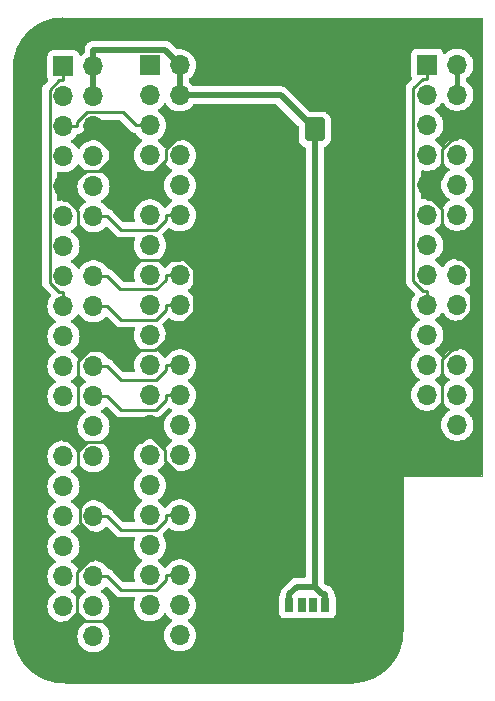
<source format=gbr>
G04 #@! TF.GenerationSoftware,KiCad,Pcbnew,7.0.5*
G04 #@! TF.CreationDate,2023-06-11T09:32:39-04:00*
G04 #@! TF.ProjectId,PI4Adapter,50493441-6461-4707-9465-722e6b696361,0.1b*
G04 #@! TF.SameCoordinates,Original*
G04 #@! TF.FileFunction,Copper,L1,Top*
G04 #@! TF.FilePolarity,Positive*
%FSLAX46Y46*%
G04 Gerber Fmt 4.6, Leading zero omitted, Abs format (unit mm)*
G04 Created by KiCad (PCBNEW 7.0.5) date 2023-06-11 09:32:39*
%MOMM*%
%LPD*%
G01*
G04 APERTURE LIST*
G04 Aperture macros list*
%AMRoundRect*
0 Rectangle with rounded corners*
0 $1 Rounding radius*
0 $2 $3 $4 $5 $6 $7 $8 $9 X,Y pos of 4 corners*
0 Add a 4 corners polygon primitive as box body*
4,1,4,$2,$3,$4,$5,$6,$7,$8,$9,$2,$3,0*
0 Add four circle primitives for the rounded corners*
1,1,$1+$1,$2,$3*
1,1,$1+$1,$4,$5*
1,1,$1+$1,$6,$7*
1,1,$1+$1,$8,$9*
0 Add four rect primitives between the rounded corners*
20,1,$1+$1,$2,$3,$4,$5,0*
20,1,$1+$1,$4,$5,$6,$7,0*
20,1,$1+$1,$6,$7,$8,$9,0*
20,1,$1+$1,$8,$9,$2,$3,0*%
G04 Aperture macros list end*
G04 #@! TA.AperFunction,ComponentPad*
%ADD10R,1.700000X1.700000*%
G04 #@! TD*
G04 #@! TA.AperFunction,ComponentPad*
%ADD11O,1.700000X1.700000*%
G04 #@! TD*
G04 #@! TA.AperFunction,SMDPad,CuDef*
%ADD12R,0.700000X1.200000*%
G04 #@! TD*
G04 #@! TA.AperFunction,SMDPad,CuDef*
%ADD13R,0.760000X1.200000*%
G04 #@! TD*
G04 #@! TA.AperFunction,SMDPad,CuDef*
%ADD14R,0.800000X1.200000*%
G04 #@! TD*
G04 #@! TA.AperFunction,SMDPad,CuDef*
%ADD15R,1.800000X1.350000*%
G04 #@! TD*
G04 #@! TA.AperFunction,SMDPad,CuDef*
%ADD16R,1.800000X1.500000*%
G04 #@! TD*
G04 #@! TA.AperFunction,ComponentPad*
%ADD17RoundRect,0.250000X0.600000X0.750000X-0.600000X0.750000X-0.600000X-0.750000X0.600000X-0.750000X0*%
G04 #@! TD*
G04 #@! TA.AperFunction,ComponentPad*
%ADD18O,1.700000X2.000000*%
G04 #@! TD*
G04 #@! TA.AperFunction,Conductor*
%ADD19C,0.500000*%
G04 #@! TD*
G04 #@! TA.AperFunction,Conductor*
%ADD20C,0.250000*%
G04 #@! TD*
G04 #@! TA.AperFunction,Conductor*
%ADD21C,0.400000*%
G04 #@! TD*
G04 #@! TA.AperFunction,Profile*
%ADD22C,0.100000*%
G04 #@! TD*
G04 APERTURE END LIST*
D10*
X115570000Y-77625000D03*
D11*
X118110000Y-77625000D03*
X115570000Y-80165000D03*
X118110000Y-80165000D03*
X115570000Y-82705000D03*
X118110000Y-82705000D03*
X115570000Y-85245000D03*
X118110000Y-85245000D03*
X115570000Y-87785000D03*
X118110000Y-87785000D03*
X115570000Y-90325000D03*
X118110000Y-90325000D03*
X115570000Y-92865000D03*
X118110000Y-92865000D03*
X115570000Y-95405000D03*
X118110000Y-95405000D03*
X115570000Y-97945000D03*
X118110000Y-97945000D03*
X115570000Y-100485000D03*
X118110000Y-100485000D03*
X115570000Y-103025000D03*
X118110000Y-103025000D03*
X115570000Y-105565000D03*
X118110000Y-105565000D03*
X115570000Y-108105000D03*
X118110000Y-108105000D03*
X115570000Y-110645000D03*
X118110000Y-110645000D03*
X115570000Y-113185000D03*
X118110000Y-113185000D03*
X115570000Y-115725000D03*
X118110000Y-115725000D03*
X115570000Y-118265000D03*
X118110000Y-118265000D03*
X115570000Y-120805000D03*
X118110000Y-120805000D03*
X115570000Y-123345000D03*
X118110000Y-123345000D03*
X115570000Y-125885000D03*
X118110000Y-125885000D03*
D12*
X128405000Y-123332500D03*
D13*
X130425000Y-123332500D03*
D14*
X131655000Y-123332500D03*
D12*
X129405000Y-123332500D03*
D13*
X127385000Y-123332500D03*
D14*
X126155000Y-123332500D03*
D15*
X123780000Y-123387500D03*
D16*
X123780000Y-126967500D03*
D15*
X134030000Y-123387500D03*
D16*
X134030000Y-126967500D03*
D17*
X129520000Y-83050000D03*
D18*
X127020000Y-83050000D03*
D10*
X108250000Y-77700000D03*
D11*
X110790000Y-77700000D03*
X108250000Y-80240000D03*
X110790000Y-80240000D03*
X108250000Y-82780000D03*
X110790000Y-82780000D03*
X108250000Y-85320000D03*
X110790000Y-85320000D03*
X108250000Y-87860000D03*
X110790000Y-87860000D03*
X108250000Y-90400000D03*
X110790000Y-90400000D03*
X108250000Y-92940000D03*
X110790000Y-92940000D03*
X108250000Y-95480000D03*
X110790000Y-95480000D03*
X108250000Y-98020000D03*
X110790000Y-98020000D03*
X108250000Y-100560000D03*
X110790000Y-100560000D03*
X108250000Y-103100000D03*
X110790000Y-103100000D03*
X108250000Y-105640000D03*
X110790000Y-105640000D03*
X108250000Y-108180000D03*
X110790000Y-108180000D03*
X108250000Y-110720000D03*
X110790000Y-110720000D03*
X108250000Y-113260000D03*
X110790000Y-113260000D03*
X108250000Y-115800000D03*
X110790000Y-115800000D03*
X108250000Y-118340000D03*
X110790000Y-118340000D03*
X108250000Y-120880000D03*
X110790000Y-120880000D03*
X108250000Y-123420000D03*
X110790000Y-123420000D03*
X108250000Y-125960000D03*
X110790000Y-125960000D03*
D10*
X139060000Y-77575000D03*
D11*
X141600000Y-77575000D03*
X139060000Y-80115000D03*
X141600000Y-80115000D03*
X139060000Y-82655000D03*
X141600000Y-82655000D03*
X139060000Y-85195000D03*
X141600000Y-85195000D03*
X139060000Y-87735000D03*
X141600000Y-87735000D03*
X139060000Y-90275000D03*
X141600000Y-90275000D03*
X139060000Y-92815000D03*
X141600000Y-92815000D03*
X139060000Y-95355000D03*
X141600000Y-95355000D03*
X139060000Y-97895000D03*
X141600000Y-97895000D03*
X139060000Y-100435000D03*
X141600000Y-100435000D03*
X139060000Y-102975000D03*
X141600000Y-102975000D03*
X139060000Y-105515000D03*
X141600000Y-105515000D03*
X139060000Y-108055000D03*
X141600000Y-108055000D03*
D19*
X110790000Y-78105000D02*
X110790000Y-76325000D01*
X116870000Y-76325000D02*
X118110000Y-77565000D01*
X110790000Y-76325000D02*
X116870000Y-76325000D01*
X118110000Y-77565000D02*
X118110000Y-80165000D01*
X128040000Y-121750600D02*
X129520000Y-121750600D01*
X127385000Y-122405600D02*
X128040000Y-121750600D01*
X129520000Y-121750600D02*
X129520000Y-83050000D01*
X130175000Y-122405600D02*
X129520000Y-121750600D01*
D20*
X116933100Y-121170800D02*
X116933100Y-120805000D01*
X116103600Y-122000300D02*
X116933100Y-121170800D01*
X113087200Y-122000300D02*
X116103600Y-122000300D01*
X111966900Y-120880000D02*
X113087200Y-122000300D01*
X110790000Y-120880000D02*
X111966900Y-120880000D01*
X118110000Y-120805000D02*
X116933100Y-120805000D01*
X113091200Y-116924300D02*
X111966900Y-115800000D01*
X116101600Y-116924300D02*
X113091200Y-116924300D01*
X116933100Y-116092800D02*
X116101600Y-116924300D01*
X116933100Y-115725000D02*
X116933100Y-116092800D01*
X118110000Y-115725000D02*
X116933100Y-115725000D01*
X110790000Y-115800000D02*
X111966900Y-115800000D01*
X116933100Y-105930800D02*
X116933100Y-105565000D01*
X116103600Y-106760300D02*
X116933100Y-105930800D01*
X113087200Y-106760300D02*
X116103600Y-106760300D01*
X111966900Y-105640000D02*
X113087200Y-106760300D01*
X110790000Y-105640000D02*
X111966900Y-105640000D01*
X118110000Y-105565000D02*
X116933100Y-105565000D01*
X116933100Y-103390800D02*
X116933100Y-103025000D01*
X116103600Y-104220300D02*
X116933100Y-103390800D01*
X113087200Y-104220300D02*
X116103600Y-104220300D01*
X111966900Y-103100000D02*
X113087200Y-104220300D01*
X110790000Y-103100000D02*
X111966900Y-103100000D01*
X118110000Y-103025000D02*
X116933100Y-103025000D01*
X116933100Y-98310800D02*
X116933100Y-97945000D01*
X116103600Y-99140300D02*
X116933100Y-98310800D01*
X113087200Y-99140300D02*
X116103600Y-99140300D01*
X111966900Y-98020000D02*
X113087200Y-99140300D01*
X110790000Y-98020000D02*
X111966900Y-98020000D01*
X118110000Y-97945000D02*
X116933100Y-97945000D01*
X113070000Y-96583100D02*
X111966900Y-95480000D01*
X116122800Y-96583100D02*
X113070000Y-96583100D01*
X116933100Y-95772800D02*
X116122800Y-96583100D01*
X116933100Y-95405000D02*
X116933100Y-95772800D01*
X118110000Y-95405000D02*
X116933100Y-95405000D01*
X110790000Y-95480000D02*
X111966900Y-95480000D01*
X116933100Y-90690800D02*
X116933100Y-90325000D01*
X116103600Y-91520300D02*
X116933100Y-90690800D01*
X113087200Y-91520300D02*
X116103600Y-91520300D01*
X111966900Y-90400000D02*
X113087200Y-91520300D01*
X110790000Y-90400000D02*
X111966900Y-90400000D01*
X118110000Y-90325000D02*
X116933100Y-90325000D01*
X118475800Y-94041900D02*
X118110000Y-94041900D01*
X119304000Y-94870100D02*
X118475800Y-94041900D01*
X119304000Y-98481900D02*
X119304000Y-94870100D01*
X118477800Y-99308100D02*
X119304000Y-98481900D01*
X118110000Y-99308100D02*
X118477800Y-99308100D01*
X118110000Y-100485000D02*
X118110000Y-99308100D01*
X139060000Y-108055000D02*
X139060000Y-107466500D01*
X110790000Y-82780000D02*
X110790000Y-83368400D01*
X131655000Y-123332500D02*
X131655000Y-123795900D01*
X109613100Y-115025300D02*
X110790000Y-113848400D01*
X109613100Y-116354100D02*
X109613100Y-115025300D01*
X110422100Y-117163100D02*
X109613100Y-116354100D01*
X110790000Y-117163100D02*
X110422100Y-117163100D01*
X110790000Y-118340000D02*
X110790000Y-117163100D01*
X108250000Y-125960000D02*
X108250000Y-124783100D01*
X110790000Y-118340000D02*
X110790000Y-119516900D01*
X118110000Y-92865000D02*
X118110000Y-93928500D01*
X118110000Y-93928500D02*
X118110000Y-94040400D01*
X110790000Y-113260000D02*
X110790000Y-113554200D01*
X110790000Y-113554200D02*
X110790000Y-113848400D01*
X108250000Y-108180000D02*
X108250000Y-108768400D01*
X108250000Y-108768400D02*
X108250000Y-109356900D01*
X110424200Y-101736900D02*
X110790000Y-101736900D01*
X109520000Y-102641100D02*
X110424200Y-101736900D01*
X109520000Y-107498400D02*
X109520000Y-102641100D01*
X108250000Y-108768400D02*
X109520000Y-107498400D01*
X118110000Y-94040400D02*
X118110000Y-94041900D01*
X110790000Y-92940000D02*
X110790000Y-92427400D01*
X112497600Y-94135000D02*
X110790000Y-92427400D01*
X118015400Y-94135000D02*
X112497600Y-94135000D01*
X118110000Y-94040400D02*
X118015400Y-94135000D01*
X108615800Y-89036900D02*
X108250000Y-89036900D01*
X109520000Y-89941100D02*
X108615800Y-89036900D01*
X109520000Y-91157400D02*
X109520000Y-89941100D01*
X110790000Y-92427400D02*
X109520000Y-91157400D01*
X108250000Y-87860000D02*
X108250000Y-88448400D01*
X108250000Y-88448400D02*
X108250000Y-89036900D01*
X115570000Y-125885000D02*
X114393100Y-125885000D01*
X113198100Y-124690000D02*
X114393100Y-125885000D01*
X110142800Y-124690000D02*
X113198100Y-124690000D01*
X109426900Y-123974100D02*
X110142800Y-124690000D01*
X108617900Y-124783100D02*
X109426900Y-123974100D01*
X108250000Y-124783100D02*
X108617900Y-124783100D01*
X110424200Y-119516900D02*
X110790000Y-119516900D01*
X109426900Y-120514200D02*
X110424200Y-119516900D01*
X109426900Y-123974100D02*
X109426900Y-120514200D01*
X115570000Y-108105000D02*
X115570000Y-108693400D01*
X109520000Y-112284200D02*
X109520000Y-110261100D01*
X110790000Y-113554200D02*
X109520000Y-112284200D01*
X108615800Y-109356900D02*
X108250000Y-109356900D01*
X109520000Y-110261100D02*
X108615800Y-109356900D01*
X118110000Y-113185000D02*
X118110000Y-112008100D01*
X115507900Y-108755500D02*
X115570000Y-108693400D01*
X115507900Y-108838000D02*
X115507900Y-108755500D01*
X114819200Y-109526700D02*
X115507900Y-108838000D01*
X110254400Y-109526700D02*
X114819200Y-109526700D01*
X109520000Y-110261100D02*
X110254400Y-109526700D01*
X117744200Y-112008100D02*
X118110000Y-112008100D01*
X116840000Y-111103900D02*
X117744200Y-112008100D01*
X116840000Y-110170100D02*
X116840000Y-111103900D01*
X115507900Y-108838000D02*
X116840000Y-110170100D01*
X110790000Y-100560000D02*
X110790000Y-101586000D01*
X110790000Y-101586000D02*
X110790000Y-101660400D01*
X110790000Y-101660400D02*
X110790000Y-101736900D01*
X116933100Y-100850800D02*
X116933100Y-100485000D01*
X116028900Y-101755000D02*
X116933100Y-100850800D01*
X110884600Y-101755000D02*
X116028900Y-101755000D01*
X110790000Y-101660400D02*
X110884600Y-101755000D01*
X118110000Y-100485000D02*
X116933100Y-100485000D01*
X115570000Y-87785000D02*
X114393100Y-87785000D01*
X112219900Y-85611800D02*
X114393100Y-87785000D01*
X112219900Y-84798300D02*
X112219900Y-85611800D01*
X110790000Y-83368400D02*
X112219900Y-84798300D01*
X110152100Y-86546300D02*
X108250000Y-88448400D01*
X111285400Y-86546300D02*
X110152100Y-86546300D01*
X112219900Y-85611800D02*
X111285400Y-86546300D01*
X115935800Y-86608100D02*
X115570000Y-86608100D01*
X116933100Y-85610800D02*
X115935800Y-86608100D01*
X116933100Y-84690900D02*
X116933100Y-85610800D01*
X117742100Y-83881900D02*
X116933100Y-84690900D01*
X118110000Y-83881900D02*
X117742100Y-83881900D01*
X118110000Y-82705000D02*
X118110000Y-83881900D01*
X115570000Y-87785000D02*
X115570000Y-86608100D01*
X126155000Y-123332500D02*
X126155000Y-123795900D01*
X141234200Y-101611900D02*
X141600000Y-101611900D01*
X140330000Y-102516100D02*
X141234200Y-101611900D01*
X140330000Y-106196500D02*
X140330000Y-102516100D01*
X139060000Y-107466500D02*
X140330000Y-106196500D01*
X141600000Y-101023400D02*
X141600000Y-101611900D01*
X141600000Y-101023400D02*
X141600000Y-100435000D01*
X141965800Y-93991900D02*
X141600000Y-93991900D01*
X142794000Y-94820100D02*
X141965800Y-93991900D01*
X142794000Y-98431900D02*
X142794000Y-94820100D01*
X141967800Y-99258100D02*
X142794000Y-98431900D01*
X141600000Y-99258100D02*
X141967800Y-99258100D01*
X141600000Y-100435000D02*
X141600000Y-99258100D01*
X141600000Y-92815000D02*
X141600000Y-93403400D01*
X141600000Y-93403400D02*
X141600000Y-93991900D01*
X139425800Y-88911900D02*
X139060000Y-88911900D01*
X140330000Y-89816100D02*
X139425800Y-88911900D01*
X140330000Y-92133400D02*
X140330000Y-89816100D01*
X141600000Y-93403400D02*
X140330000Y-92133400D01*
X139060000Y-87735000D02*
X139060000Y-88323400D01*
X139060000Y-88323400D02*
X139060000Y-88911900D01*
X141234200Y-83831900D02*
X141600000Y-83831900D01*
X140330000Y-84736100D02*
X141234200Y-83831900D01*
X140330000Y-87053400D02*
X140330000Y-84736100D01*
X139060000Y-88323400D02*
X140330000Y-87053400D01*
X141600000Y-82655000D02*
X141600000Y-83831900D01*
X109426900Y-82414200D02*
X109426900Y-82780000D01*
X110256400Y-81584700D02*
X109426900Y-82414200D01*
X113272800Y-81584700D02*
X110256400Y-81584700D01*
X114393100Y-82705000D02*
X113272800Y-81584700D01*
X115570000Y-82705000D02*
X114393100Y-82705000D01*
X108250000Y-82780000D02*
X109426900Y-82780000D01*
D21*
X141600000Y-80115000D02*
X141600000Y-77575000D01*
D19*
X127385000Y-123332500D02*
X127385000Y-122405600D01*
X130425000Y-123332500D02*
X130425000Y-122405600D01*
X110790000Y-80240000D02*
X110790000Y-78895000D01*
X110790000Y-78895000D02*
X110790000Y-77700000D01*
X126635000Y-80165000D02*
X118110000Y-80165000D01*
X129520000Y-83050000D02*
X126635000Y-80165000D01*
D20*
X107882100Y-78876900D02*
X108250000Y-78876900D01*
X107073100Y-79685900D02*
X107882100Y-78876900D01*
X107073100Y-96034000D02*
X107073100Y-79685900D01*
X107882200Y-96843100D02*
X107073100Y-96034000D01*
X108250000Y-96843100D02*
X107882200Y-96843100D01*
X108250000Y-98020000D02*
X108250000Y-96843100D01*
X108250000Y-77700000D02*
X108250000Y-78876900D01*
X138692100Y-78751900D02*
X139060000Y-78751900D01*
X137883100Y-79560900D02*
X138692100Y-78751900D01*
X137883100Y-95909000D02*
X137883100Y-79560900D01*
X138692200Y-96718100D02*
X137883100Y-95909000D01*
X139060000Y-96718100D02*
X138692200Y-96718100D01*
X139060000Y-97895000D02*
X139060000Y-96718100D01*
X139060000Y-77575000D02*
X139060000Y-78751900D01*
G04 #@! TA.AperFunction,Conductor*
G36*
X109601905Y-121553515D02*
G01*
X109623804Y-121578787D01*
X109714278Y-121717268D01*
X109714283Y-121717273D01*
X109714284Y-121717276D01*
X109866756Y-121882902D01*
X109866761Y-121882907D01*
X109889362Y-121900498D01*
X110044424Y-122021189D01*
X110044429Y-122021191D01*
X110044431Y-122021193D01*
X110080930Y-122040946D01*
X110130520Y-122090165D01*
X110145628Y-122158382D01*
X110121457Y-122223937D01*
X110080930Y-122259054D01*
X110044431Y-122278806D01*
X110044422Y-122278812D01*
X109866761Y-122417092D01*
X109866756Y-122417097D01*
X109714284Y-122582723D01*
X109714276Y-122582734D01*
X109623808Y-122721206D01*
X109570662Y-122766562D01*
X109501431Y-122775986D01*
X109438095Y-122746484D01*
X109416192Y-122721206D01*
X109325723Y-122582734D01*
X109325715Y-122582723D01*
X109173243Y-122417097D01*
X109173238Y-122417092D01*
X108995577Y-122278812D01*
X108995578Y-122278812D01*
X108995576Y-122278811D01*
X108959070Y-122259055D01*
X108909479Y-122209836D01*
X108894371Y-122141619D01*
X108918541Y-122076064D01*
X108959070Y-122040945D01*
X108959084Y-122040936D01*
X108995576Y-122021189D01*
X109173240Y-121882906D01*
X109325722Y-121717268D01*
X109416193Y-121578790D01*
X109469338Y-121533437D01*
X109538569Y-121524013D01*
X109601905Y-121553515D01*
G37*
G04 #@! TD.AperFunction*
G04 #@! TA.AperFunction,Conductor*
G36*
X109601905Y-116473515D02*
G01*
X109623804Y-116498787D01*
X109714278Y-116637268D01*
X109714283Y-116637273D01*
X109714284Y-116637276D01*
X109866756Y-116802902D01*
X109866761Y-116802907D01*
X109925981Y-116849000D01*
X110044424Y-116941189D01*
X110044425Y-116941189D01*
X110044427Y-116941191D01*
X110145819Y-116996061D01*
X110242426Y-117048342D01*
X110455365Y-117121444D01*
X110677431Y-117158500D01*
X110902569Y-117158500D01*
X111124635Y-117121444D01*
X111337574Y-117048342D01*
X111535576Y-116941189D01*
X111713240Y-116802906D01*
X111798587Y-116710195D01*
X111858471Y-116674207D01*
X111928309Y-116676307D01*
X111977495Y-116706499D01*
X112584110Y-117313114D01*
X112594016Y-117325478D01*
X112594226Y-117325305D01*
X112599200Y-117331318D01*
X112649602Y-117378648D01*
X112650976Y-117379980D01*
X112671430Y-117400434D01*
X112677002Y-117404756D01*
X112681442Y-117408549D01*
X112715878Y-117440886D01*
X112733767Y-117450720D01*
X112750033Y-117461404D01*
X112766159Y-117473913D01*
X112809498Y-117492667D01*
X112814745Y-117495237D01*
X112856140Y-117517995D01*
X112875918Y-117523073D01*
X112894319Y-117529373D01*
X112913055Y-117537481D01*
X112957562Y-117544529D01*
X112959703Y-117544869D01*
X112965412Y-117546051D01*
X113011170Y-117557800D01*
X113031584Y-117557800D01*
X113050983Y-117559327D01*
X113071143Y-117562520D01*
X113118165Y-117558075D01*
X113124004Y-117557800D01*
X114206965Y-117557800D01*
X114274004Y-117577485D01*
X114319759Y-117630289D01*
X114329703Y-117699447D01*
X114320521Y-117731610D01*
X114280703Y-117822385D01*
X114225436Y-118040628D01*
X114225434Y-118040640D01*
X114206844Y-118264994D01*
X114206844Y-118265005D01*
X114225434Y-118489359D01*
X114225436Y-118489371D01*
X114280703Y-118707614D01*
X114371140Y-118913792D01*
X114494276Y-119102265D01*
X114494284Y-119102276D01*
X114563328Y-119177276D01*
X114646760Y-119267906D01*
X114824424Y-119406189D01*
X114824429Y-119406191D01*
X114824431Y-119406193D01*
X114860930Y-119425946D01*
X114910520Y-119475165D01*
X114925628Y-119543382D01*
X114901457Y-119608937D01*
X114860930Y-119644054D01*
X114824431Y-119663806D01*
X114824422Y-119663812D01*
X114646761Y-119802092D01*
X114646756Y-119802097D01*
X114494284Y-119967723D01*
X114494276Y-119967734D01*
X114371140Y-120156207D01*
X114280703Y-120362385D01*
X114225436Y-120580628D01*
X114225434Y-120580640D01*
X114206844Y-120804994D01*
X114206844Y-120805005D01*
X114225434Y-121029359D01*
X114225436Y-121029371D01*
X114271776Y-121212360D01*
X114269151Y-121282180D01*
X114229195Y-121339497D01*
X114164594Y-121366114D01*
X114151570Y-121366800D01*
X113400967Y-121366800D01*
X113333928Y-121347115D01*
X113313286Y-121330481D01*
X112473988Y-120491183D01*
X112464087Y-120478823D01*
X112463877Y-120478998D01*
X112458901Y-120472984D01*
X112458900Y-120472982D01*
X112408514Y-120425667D01*
X112407139Y-120424334D01*
X112386668Y-120403863D01*
X112384692Y-120402331D01*
X112381083Y-120399531D01*
X112376650Y-120395744D01*
X112342221Y-120363414D01*
X112342219Y-120363412D01*
X112324331Y-120353578D01*
X112308070Y-120342897D01*
X112291939Y-120330384D01*
X112248593Y-120311627D01*
X112243345Y-120309056D01*
X112216151Y-120294106D01*
X112201960Y-120286305D01*
X112198560Y-120285432D01*
X112182187Y-120281228D01*
X112163781Y-120274926D01*
X112145044Y-120266818D01*
X112145046Y-120266818D01*
X112098396Y-120259430D01*
X112092681Y-120258246D01*
X112068019Y-120251914D01*
X112039372Y-120244559D01*
X112040006Y-120242087D01*
X111987382Y-120219137D01*
X111963157Y-120191867D01*
X111865723Y-120042734D01*
X111865715Y-120042723D01*
X111713243Y-119877097D01*
X111713238Y-119877092D01*
X111535577Y-119738812D01*
X111535572Y-119738808D01*
X111337580Y-119631661D01*
X111337577Y-119631659D01*
X111337574Y-119631658D01*
X111337571Y-119631657D01*
X111337569Y-119631656D01*
X111124637Y-119558556D01*
X110902569Y-119521500D01*
X110677431Y-119521500D01*
X110455362Y-119558556D01*
X110242430Y-119631656D01*
X110242419Y-119631661D01*
X110044427Y-119738808D01*
X110044422Y-119738812D01*
X109866761Y-119877092D01*
X109866756Y-119877097D01*
X109714284Y-120042723D01*
X109714276Y-120042734D01*
X109623808Y-120181206D01*
X109570662Y-120226562D01*
X109501431Y-120235986D01*
X109438095Y-120206484D01*
X109416192Y-120181206D01*
X109325723Y-120042734D01*
X109325715Y-120042723D01*
X109173243Y-119877097D01*
X109173238Y-119877092D01*
X108995577Y-119738812D01*
X108995572Y-119738808D01*
X108959068Y-119719053D01*
X108909478Y-119669833D01*
X108894371Y-119601616D01*
X108918542Y-119536061D01*
X108959069Y-119500945D01*
X108995576Y-119481189D01*
X109173240Y-119342906D01*
X109325722Y-119177268D01*
X109448860Y-118988791D01*
X109539296Y-118782616D01*
X109594564Y-118564368D01*
X109613156Y-118340000D01*
X109606941Y-118265000D01*
X109594565Y-118115640D01*
X109594563Y-118115628D01*
X109539296Y-117897385D01*
X109506398Y-117822385D01*
X109448860Y-117691209D01*
X109325722Y-117502732D01*
X109325719Y-117502729D01*
X109325715Y-117502723D01*
X109173243Y-117337097D01*
X109173238Y-117337092D01*
X108995577Y-117198812D01*
X108995572Y-117198808D01*
X108959068Y-117179053D01*
X108909478Y-117129833D01*
X108894371Y-117061616D01*
X108918542Y-116996061D01*
X108959069Y-116960945D01*
X108995576Y-116941189D01*
X109173240Y-116802906D01*
X109325722Y-116637268D01*
X109416193Y-116498790D01*
X109469338Y-116453437D01*
X109538569Y-116444013D01*
X109601905Y-116473515D01*
G37*
G04 #@! TD.AperFunction*
G04 #@! TA.AperFunction,Conductor*
G36*
X111928309Y-106516307D02*
G01*
X111977495Y-106546499D01*
X112580110Y-107149114D01*
X112590016Y-107161478D01*
X112590226Y-107161305D01*
X112595200Y-107167318D01*
X112645602Y-107214648D01*
X112646976Y-107215980D01*
X112667430Y-107236434D01*
X112673002Y-107240756D01*
X112677442Y-107244549D01*
X112711878Y-107276886D01*
X112729767Y-107286720D01*
X112746033Y-107297404D01*
X112762159Y-107309913D01*
X112805498Y-107328667D01*
X112810745Y-107331237D01*
X112852140Y-107353995D01*
X112871918Y-107359073D01*
X112890321Y-107365374D01*
X112909052Y-107373480D01*
X112909053Y-107373480D01*
X112909055Y-107373481D01*
X112936450Y-107377819D01*
X112955697Y-107380868D01*
X112961413Y-107382051D01*
X113007170Y-107393800D01*
X113027590Y-107393800D01*
X113046989Y-107395327D01*
X113067141Y-107398518D01*
X113067142Y-107398519D01*
X113067142Y-107398518D01*
X113067143Y-107398519D01*
X113114158Y-107394075D01*
X113119996Y-107393800D01*
X116019966Y-107393800D01*
X116035713Y-107395538D01*
X116035739Y-107395268D01*
X116043506Y-107396002D01*
X116043508Y-107396001D01*
X116043509Y-107396002D01*
X116052859Y-107395708D01*
X116112591Y-107393831D01*
X116114539Y-107393800D01*
X116143457Y-107393800D01*
X116144822Y-107393627D01*
X116150462Y-107392914D01*
X116156285Y-107392456D01*
X116182308Y-107391638D01*
X116203490Y-107390973D01*
X116213281Y-107388127D01*
X116223081Y-107385280D01*
X116242138Y-107381332D01*
X116262397Y-107378774D01*
X116306321Y-107361382D01*
X116311821Y-107359499D01*
X116357193Y-107346318D01*
X116374765Y-107335925D01*
X116392232Y-107327368D01*
X116411217Y-107319852D01*
X116449426Y-107292090D01*
X116454304Y-107288885D01*
X116494962Y-107264842D01*
X116509402Y-107250400D01*
X116524192Y-107237770D01*
X116540707Y-107225772D01*
X116570822Y-107189367D01*
X116574726Y-107185076D01*
X117112219Y-106647583D01*
X117173540Y-106614100D01*
X117243232Y-106619084D01*
X117276061Y-106637413D01*
X117300190Y-106656193D01*
X117364424Y-106706189D01*
X117364429Y-106706191D01*
X117364431Y-106706193D01*
X117400930Y-106725946D01*
X117450520Y-106775165D01*
X117465628Y-106843382D01*
X117441457Y-106908937D01*
X117400930Y-106944054D01*
X117364431Y-106963806D01*
X117364422Y-106963812D01*
X117186761Y-107102092D01*
X117186756Y-107102097D01*
X117034284Y-107267723D01*
X117034276Y-107267734D01*
X116911140Y-107456207D01*
X116820703Y-107662385D01*
X116765436Y-107880628D01*
X116765434Y-107880640D01*
X116746844Y-108104994D01*
X116746844Y-108105005D01*
X116765434Y-108329359D01*
X116765436Y-108329371D01*
X116820703Y-108547614D01*
X116911140Y-108753792D01*
X117034276Y-108942265D01*
X117034284Y-108942276D01*
X117140731Y-109057906D01*
X117186760Y-109107906D01*
X117364424Y-109246189D01*
X117364429Y-109246191D01*
X117364431Y-109246193D01*
X117400930Y-109265946D01*
X117450520Y-109315165D01*
X117465628Y-109383382D01*
X117441457Y-109448937D01*
X117400930Y-109484054D01*
X117364431Y-109503806D01*
X117364422Y-109503812D01*
X117186761Y-109642092D01*
X117186756Y-109642097D01*
X117034284Y-109807723D01*
X117034276Y-109807734D01*
X116943808Y-109946206D01*
X116890662Y-109991562D01*
X116821431Y-110000986D01*
X116758095Y-109971484D01*
X116736192Y-109946206D01*
X116645723Y-109807734D01*
X116645715Y-109807723D01*
X116493243Y-109642097D01*
X116493238Y-109642092D01*
X116374797Y-109549905D01*
X116315576Y-109503811D01*
X116315575Y-109503810D01*
X116315572Y-109503808D01*
X116117580Y-109396661D01*
X116117577Y-109396659D01*
X116117574Y-109396658D01*
X116117571Y-109396657D01*
X116117569Y-109396656D01*
X115904637Y-109323556D01*
X115682569Y-109286500D01*
X115457431Y-109286500D01*
X115235362Y-109323556D01*
X115022430Y-109396656D01*
X115022419Y-109396661D01*
X114824427Y-109503808D01*
X114824422Y-109503812D01*
X114646761Y-109642092D01*
X114646756Y-109642097D01*
X114494284Y-109807723D01*
X114494276Y-109807734D01*
X114371140Y-109996207D01*
X114280703Y-110202385D01*
X114225436Y-110420628D01*
X114225434Y-110420640D01*
X114206844Y-110644994D01*
X114206844Y-110645005D01*
X114225434Y-110869359D01*
X114225436Y-110869371D01*
X114280703Y-111087614D01*
X114371140Y-111293792D01*
X114494276Y-111482265D01*
X114494284Y-111482276D01*
X114563328Y-111557276D01*
X114646760Y-111647906D01*
X114824424Y-111786189D01*
X114824429Y-111786191D01*
X114824431Y-111786193D01*
X114860930Y-111805946D01*
X114910520Y-111855165D01*
X114925628Y-111923382D01*
X114901457Y-111988937D01*
X114860930Y-112024054D01*
X114824431Y-112043806D01*
X114824422Y-112043812D01*
X114646761Y-112182092D01*
X114646756Y-112182097D01*
X114494284Y-112347723D01*
X114494276Y-112347734D01*
X114371140Y-112536207D01*
X114280703Y-112742385D01*
X114225436Y-112960628D01*
X114225434Y-112960640D01*
X114206844Y-113184994D01*
X114206844Y-113185005D01*
X114225434Y-113409359D01*
X114225436Y-113409371D01*
X114280703Y-113627614D01*
X114371140Y-113833792D01*
X114494276Y-114022265D01*
X114494284Y-114022276D01*
X114563328Y-114097276D01*
X114646760Y-114187906D01*
X114824424Y-114326189D01*
X114860930Y-114345945D01*
X114910519Y-114395162D01*
X114925629Y-114463378D01*
X114901459Y-114528934D01*
X114860932Y-114564052D01*
X114824432Y-114583805D01*
X114824422Y-114583812D01*
X114646761Y-114722092D01*
X114646756Y-114722097D01*
X114494284Y-114887723D01*
X114494276Y-114887734D01*
X114371140Y-115076207D01*
X114280703Y-115282385D01*
X114225436Y-115500628D01*
X114225434Y-115500640D01*
X114206844Y-115724994D01*
X114206844Y-115725005D01*
X114225434Y-115949359D01*
X114225436Y-115949371D01*
X114272789Y-116136360D01*
X114270164Y-116206180D01*
X114230208Y-116263497D01*
X114165607Y-116290114D01*
X114152583Y-116290800D01*
X113404967Y-116290800D01*
X113337928Y-116271115D01*
X113317286Y-116254481D01*
X112473988Y-115411183D01*
X112464087Y-115398823D01*
X112463877Y-115398998D01*
X112458901Y-115392984D01*
X112458900Y-115392982D01*
X112408514Y-115345667D01*
X112407139Y-115344334D01*
X112386668Y-115323863D01*
X112384692Y-115322331D01*
X112381083Y-115319531D01*
X112376650Y-115315744D01*
X112342221Y-115283414D01*
X112342219Y-115283412D01*
X112324331Y-115273578D01*
X112308070Y-115262897D01*
X112291939Y-115250384D01*
X112248593Y-115231627D01*
X112243345Y-115229056D01*
X112216151Y-115214106D01*
X112201960Y-115206305D01*
X112198560Y-115205432D01*
X112182187Y-115201228D01*
X112163781Y-115194926D01*
X112145044Y-115186818D01*
X112145046Y-115186818D01*
X112098396Y-115179430D01*
X112092681Y-115178246D01*
X112068019Y-115171914D01*
X112039372Y-115164559D01*
X112040006Y-115162087D01*
X111987382Y-115139137D01*
X111963157Y-115111867D01*
X111865723Y-114962734D01*
X111865715Y-114962723D01*
X111713243Y-114797097D01*
X111713238Y-114797092D01*
X111535577Y-114658812D01*
X111535572Y-114658808D01*
X111337580Y-114551661D01*
X111337577Y-114551659D01*
X111337574Y-114551658D01*
X111337571Y-114551657D01*
X111337569Y-114551656D01*
X111124637Y-114478556D01*
X110902569Y-114441500D01*
X110677431Y-114441500D01*
X110455362Y-114478556D01*
X110242430Y-114551656D01*
X110242419Y-114551661D01*
X110044427Y-114658808D01*
X110044422Y-114658812D01*
X109866761Y-114797092D01*
X109866756Y-114797097D01*
X109714284Y-114962723D01*
X109714276Y-114962734D01*
X109623808Y-115101206D01*
X109570662Y-115146562D01*
X109501431Y-115155986D01*
X109438095Y-115126484D01*
X109416192Y-115101206D01*
X109325723Y-114962734D01*
X109325715Y-114962723D01*
X109173243Y-114797097D01*
X109173238Y-114797092D01*
X108995577Y-114658812D01*
X108995578Y-114658812D01*
X108995576Y-114658811D01*
X108959070Y-114639055D01*
X108909479Y-114589836D01*
X108894371Y-114521619D01*
X108918541Y-114456064D01*
X108959070Y-114420945D01*
X108959084Y-114420936D01*
X108995576Y-114401189D01*
X109173240Y-114262906D01*
X109325722Y-114097268D01*
X109448860Y-113908791D01*
X109539296Y-113702616D01*
X109594564Y-113484368D01*
X109613156Y-113260000D01*
X109606941Y-113185000D01*
X109594565Y-113035640D01*
X109594563Y-113035628D01*
X109539296Y-112817385D01*
X109506398Y-112742385D01*
X109448860Y-112611209D01*
X109325722Y-112422732D01*
X109325719Y-112422729D01*
X109325715Y-112422723D01*
X109173243Y-112257097D01*
X109173238Y-112257092D01*
X108995577Y-112118812D01*
X108995578Y-112118812D01*
X108995576Y-112118811D01*
X108959070Y-112099055D01*
X108909479Y-112049836D01*
X108894371Y-111981619D01*
X108918541Y-111916064D01*
X108959070Y-111880945D01*
X108959084Y-111880936D01*
X108995576Y-111861189D01*
X109173240Y-111722906D01*
X109325722Y-111557268D01*
X109416193Y-111418790D01*
X109469338Y-111373437D01*
X109538569Y-111364013D01*
X109601905Y-111393515D01*
X109623804Y-111418787D01*
X109714278Y-111557268D01*
X109714283Y-111557273D01*
X109714284Y-111557276D01*
X109866756Y-111722902D01*
X109866760Y-111722906D01*
X110044424Y-111861189D01*
X110044425Y-111861189D01*
X110044427Y-111861191D01*
X110143858Y-111915000D01*
X110242426Y-111968342D01*
X110455365Y-112041444D01*
X110677431Y-112078500D01*
X110902569Y-112078500D01*
X111124635Y-112041444D01*
X111337574Y-111968342D01*
X111535576Y-111861189D01*
X111713240Y-111722906D01*
X111865722Y-111557268D01*
X111988860Y-111368791D01*
X112079296Y-111162616D01*
X112134564Y-110944368D01*
X112153156Y-110720000D01*
X112146941Y-110645000D01*
X112134565Y-110495640D01*
X112134563Y-110495628D01*
X112079296Y-110277385D01*
X112046398Y-110202385D01*
X111988860Y-110071209D01*
X111972706Y-110046484D01*
X111923706Y-109971484D01*
X111865722Y-109882732D01*
X111865719Y-109882729D01*
X111865715Y-109882723D01*
X111713243Y-109717097D01*
X111713238Y-109717092D01*
X111535577Y-109578812D01*
X111535578Y-109578812D01*
X111535576Y-109578811D01*
X111499070Y-109559055D01*
X111449479Y-109509836D01*
X111434371Y-109441619D01*
X111458541Y-109376064D01*
X111499070Y-109340945D01*
X111499084Y-109340936D01*
X111535576Y-109321189D01*
X111713240Y-109182906D01*
X111828312Y-109057906D01*
X111865715Y-109017276D01*
X111865716Y-109017274D01*
X111865722Y-109017268D01*
X111988860Y-108828791D01*
X112079296Y-108622616D01*
X112134564Y-108404368D01*
X112153156Y-108180000D01*
X112146941Y-108105000D01*
X112134565Y-107955640D01*
X112134563Y-107955628D01*
X112102910Y-107830632D01*
X112079296Y-107737384D01*
X111988860Y-107531209D01*
X111865722Y-107342732D01*
X111865719Y-107342729D01*
X111865715Y-107342723D01*
X111713243Y-107177097D01*
X111713238Y-107177092D01*
X111594797Y-107084905D01*
X111535576Y-107038811D01*
X111499070Y-107019055D01*
X111449479Y-106969836D01*
X111434371Y-106901619D01*
X111458541Y-106836064D01*
X111499070Y-106800945D01*
X111499084Y-106800936D01*
X111535576Y-106781189D01*
X111713240Y-106642906D01*
X111798587Y-106550195D01*
X111858471Y-106514207D01*
X111928309Y-106516307D01*
G37*
G04 #@! TD.AperFunction*
G04 #@! TA.AperFunction,Conductor*
G36*
X109601905Y-103773515D02*
G01*
X109623804Y-103798787D01*
X109714278Y-103937268D01*
X109714283Y-103937273D01*
X109714284Y-103937276D01*
X109866756Y-104102902D01*
X109866761Y-104102907D01*
X109883823Y-104116187D01*
X110044424Y-104241189D01*
X110080930Y-104260945D01*
X110130519Y-104310162D01*
X110145629Y-104378378D01*
X110121459Y-104443934D01*
X110080932Y-104479052D01*
X110044432Y-104498805D01*
X110044422Y-104498812D01*
X109866761Y-104637092D01*
X109866756Y-104637097D01*
X109714284Y-104802723D01*
X109714276Y-104802734D01*
X109623808Y-104941206D01*
X109570662Y-104986562D01*
X109501431Y-104995986D01*
X109438095Y-104966484D01*
X109416192Y-104941206D01*
X109325723Y-104802734D01*
X109325715Y-104802723D01*
X109173243Y-104637097D01*
X109173238Y-104637092D01*
X109054797Y-104544905D01*
X108995576Y-104498811D01*
X108959070Y-104479055D01*
X108909479Y-104429836D01*
X108894371Y-104361619D01*
X108918541Y-104296064D01*
X108959070Y-104260945D01*
X108959084Y-104260936D01*
X108995576Y-104241189D01*
X109173240Y-104102906D01*
X109288312Y-103977906D01*
X109325715Y-103937276D01*
X109325715Y-103937275D01*
X109325722Y-103937268D01*
X109416193Y-103798790D01*
X109469338Y-103753437D01*
X109538569Y-103744013D01*
X109601905Y-103773515D01*
G37*
G04 #@! TD.AperFunction*
G04 #@! TA.AperFunction,Conductor*
G36*
X109601905Y-98693515D02*
G01*
X109623804Y-98718787D01*
X109714278Y-98857268D01*
X109714283Y-98857273D01*
X109714284Y-98857276D01*
X109866756Y-99022902D01*
X109866761Y-99022907D01*
X109883823Y-99036187D01*
X110044424Y-99161189D01*
X110044425Y-99161189D01*
X110044427Y-99161191D01*
X110162034Y-99224836D01*
X110242426Y-99268342D01*
X110455365Y-99341444D01*
X110677431Y-99378500D01*
X110902569Y-99378500D01*
X111124635Y-99341444D01*
X111337574Y-99268342D01*
X111535576Y-99161189D01*
X111713240Y-99022906D01*
X111798587Y-98930195D01*
X111858471Y-98894207D01*
X111928309Y-98896307D01*
X111977495Y-98926499D01*
X112580110Y-99529114D01*
X112590016Y-99541478D01*
X112590226Y-99541305D01*
X112595200Y-99547318D01*
X112645602Y-99594648D01*
X112646976Y-99595980D01*
X112667430Y-99616434D01*
X112673002Y-99620756D01*
X112677442Y-99624549D01*
X112711878Y-99656886D01*
X112729767Y-99666720D01*
X112746033Y-99677404D01*
X112762159Y-99689913D01*
X112805498Y-99708667D01*
X112810745Y-99711237D01*
X112852140Y-99733995D01*
X112871918Y-99739073D01*
X112890321Y-99745374D01*
X112909052Y-99753480D01*
X112909053Y-99753480D01*
X112909055Y-99753481D01*
X112936450Y-99757819D01*
X112955697Y-99760868D01*
X112961413Y-99762051D01*
X113007170Y-99773800D01*
X113027590Y-99773800D01*
X113046989Y-99775327D01*
X113067141Y-99778518D01*
X113067142Y-99778519D01*
X113067142Y-99778518D01*
X113067143Y-99778519D01*
X113114158Y-99774075D01*
X113119996Y-99773800D01*
X114208719Y-99773800D01*
X114275758Y-99793485D01*
X114321513Y-99846289D01*
X114331457Y-99915447D01*
X114322275Y-99947609D01*
X114280705Y-100042381D01*
X114280703Y-100042385D01*
X114225436Y-100260628D01*
X114225434Y-100260640D01*
X114206844Y-100484994D01*
X114206844Y-100485005D01*
X114225434Y-100709359D01*
X114225436Y-100709371D01*
X114280703Y-100927614D01*
X114371140Y-101133792D01*
X114494276Y-101322265D01*
X114494284Y-101322276D01*
X114600731Y-101437906D01*
X114646760Y-101487906D01*
X114824424Y-101626189D01*
X114860930Y-101645945D01*
X114910519Y-101695162D01*
X114925629Y-101763378D01*
X114901459Y-101828934D01*
X114860932Y-101864052D01*
X114824432Y-101883805D01*
X114824422Y-101883812D01*
X114646761Y-102022092D01*
X114646756Y-102022097D01*
X114494284Y-102187723D01*
X114494276Y-102187734D01*
X114371140Y-102376207D01*
X114280703Y-102582385D01*
X114225436Y-102800628D01*
X114225434Y-102800640D01*
X114206844Y-103024994D01*
X114206844Y-103025005D01*
X114225434Y-103249359D01*
X114225436Y-103249371D01*
X114271776Y-103432360D01*
X114269151Y-103502180D01*
X114229195Y-103559497D01*
X114164594Y-103586114D01*
X114151570Y-103586800D01*
X113400967Y-103586800D01*
X113333928Y-103567115D01*
X113313286Y-103550481D01*
X112473988Y-102711183D01*
X112464087Y-102698823D01*
X112463877Y-102698998D01*
X112458901Y-102692984D01*
X112458900Y-102692982D01*
X112408514Y-102645667D01*
X112407139Y-102644334D01*
X112386668Y-102623863D01*
X112384692Y-102622331D01*
X112381083Y-102619531D01*
X112376650Y-102615744D01*
X112342221Y-102583414D01*
X112342219Y-102583412D01*
X112324331Y-102573578D01*
X112308070Y-102562897D01*
X112291939Y-102550384D01*
X112248593Y-102531627D01*
X112243345Y-102529056D01*
X112216151Y-102514106D01*
X112201960Y-102506305D01*
X112198560Y-102505432D01*
X112182187Y-102501228D01*
X112163781Y-102494926D01*
X112145044Y-102486818D01*
X112145046Y-102486818D01*
X112098396Y-102479430D01*
X112092681Y-102478246D01*
X112068019Y-102471914D01*
X112039372Y-102464559D01*
X112040006Y-102462087D01*
X111987382Y-102439137D01*
X111963157Y-102411867D01*
X111907192Y-102326206D01*
X111865722Y-102262732D01*
X111865719Y-102262729D01*
X111865715Y-102262723D01*
X111713243Y-102097097D01*
X111713238Y-102097092D01*
X111594797Y-102004905D01*
X111535576Y-101958811D01*
X111535575Y-101958810D01*
X111535572Y-101958808D01*
X111337580Y-101851661D01*
X111337577Y-101851659D01*
X111337574Y-101851658D01*
X111337571Y-101851657D01*
X111337569Y-101851656D01*
X111124637Y-101778556D01*
X110902569Y-101741500D01*
X110677431Y-101741500D01*
X110455362Y-101778556D01*
X110242430Y-101851656D01*
X110242419Y-101851661D01*
X110044427Y-101958808D01*
X110044422Y-101958812D01*
X109866761Y-102097092D01*
X109866756Y-102097097D01*
X109714284Y-102262723D01*
X109714276Y-102262734D01*
X109623808Y-102401206D01*
X109570662Y-102446562D01*
X109501431Y-102455986D01*
X109438095Y-102426484D01*
X109416192Y-102401206D01*
X109325723Y-102262734D01*
X109325715Y-102262723D01*
X109173243Y-102097097D01*
X109173238Y-102097092D01*
X109054797Y-102004905D01*
X108995576Y-101958811D01*
X108995575Y-101958810D01*
X108995572Y-101958808D01*
X108959068Y-101939053D01*
X108909478Y-101889833D01*
X108894371Y-101821616D01*
X108918542Y-101756061D01*
X108959069Y-101720945D01*
X108995576Y-101701189D01*
X109173240Y-101562906D01*
X109288312Y-101437906D01*
X109325715Y-101397276D01*
X109325716Y-101397274D01*
X109325722Y-101397268D01*
X109448860Y-101208791D01*
X109539296Y-101002616D01*
X109594564Y-100784368D01*
X109613156Y-100560000D01*
X109606941Y-100485000D01*
X109594565Y-100335640D01*
X109594563Y-100335628D01*
X109562910Y-100210632D01*
X109539296Y-100117384D01*
X109448860Y-99911209D01*
X109325722Y-99722732D01*
X109325719Y-99722729D01*
X109325715Y-99722723D01*
X109173243Y-99557097D01*
X109173238Y-99557092D01*
X109054797Y-99464905D01*
X108995576Y-99418811D01*
X108959070Y-99399055D01*
X108909479Y-99349836D01*
X108894371Y-99281619D01*
X108918541Y-99216064D01*
X108959070Y-99180945D01*
X108959084Y-99180936D01*
X108995576Y-99161189D01*
X109173240Y-99022906D01*
X109288312Y-98897906D01*
X109325715Y-98857276D01*
X109325715Y-98857275D01*
X109325722Y-98857268D01*
X109416193Y-98718790D01*
X109469338Y-98673437D01*
X109538569Y-98664013D01*
X109601905Y-98693515D01*
G37*
G04 #@! TD.AperFunction*
G04 #@! TA.AperFunction,Conductor*
G36*
X109601905Y-91073515D02*
G01*
X109623804Y-91098787D01*
X109714278Y-91237268D01*
X109714283Y-91237273D01*
X109714284Y-91237276D01*
X109866756Y-91402902D01*
X109866761Y-91402907D01*
X109883823Y-91416187D01*
X110044424Y-91541189D01*
X110044425Y-91541189D01*
X110044427Y-91541191D01*
X110162034Y-91604836D01*
X110242426Y-91648342D01*
X110455365Y-91721444D01*
X110677431Y-91758500D01*
X110902569Y-91758500D01*
X111124635Y-91721444D01*
X111337574Y-91648342D01*
X111535576Y-91541189D01*
X111713240Y-91402906D01*
X111798587Y-91310195D01*
X111858471Y-91274207D01*
X111928309Y-91276307D01*
X111977495Y-91306499D01*
X112580110Y-91909114D01*
X112590016Y-91921478D01*
X112590226Y-91921305D01*
X112595200Y-91927318D01*
X112645602Y-91974648D01*
X112646976Y-91975980D01*
X112667430Y-91996434D01*
X112673002Y-92000756D01*
X112677442Y-92004549D01*
X112711878Y-92036886D01*
X112729767Y-92046720D01*
X112746033Y-92057404D01*
X112762159Y-92069913D01*
X112805498Y-92088667D01*
X112810745Y-92091237D01*
X112852140Y-92113995D01*
X112871918Y-92119073D01*
X112890321Y-92125374D01*
X112909052Y-92133480D01*
X112909053Y-92133480D01*
X112909055Y-92133481D01*
X112936450Y-92137819D01*
X112955697Y-92140868D01*
X112961413Y-92142051D01*
X113007170Y-92153800D01*
X113027590Y-92153800D01*
X113046989Y-92155327D01*
X113067141Y-92158518D01*
X113067142Y-92158519D01*
X113067142Y-92158518D01*
X113067143Y-92158519D01*
X113114158Y-92154075D01*
X113119996Y-92153800D01*
X114208719Y-92153800D01*
X114275758Y-92173485D01*
X114321513Y-92226289D01*
X114331457Y-92295447D01*
X114322275Y-92327609D01*
X114280705Y-92422381D01*
X114280703Y-92422385D01*
X114225436Y-92640628D01*
X114225434Y-92640640D01*
X114206844Y-92864994D01*
X114206844Y-92865005D01*
X114225434Y-93089359D01*
X114225436Y-93089371D01*
X114280703Y-93307614D01*
X114371140Y-93513792D01*
X114494276Y-93702265D01*
X114494284Y-93702276D01*
X114600731Y-93817906D01*
X114646760Y-93867906D01*
X114824424Y-94006189D01*
X114824429Y-94006191D01*
X114824431Y-94006193D01*
X114860930Y-94025946D01*
X114910520Y-94075165D01*
X114925628Y-94143382D01*
X114901457Y-94208937D01*
X114860930Y-94244054D01*
X114824431Y-94263806D01*
X114824422Y-94263812D01*
X114646761Y-94402092D01*
X114646756Y-94402097D01*
X114494284Y-94567723D01*
X114494276Y-94567734D01*
X114371140Y-94756207D01*
X114280703Y-94962385D01*
X114225436Y-95180628D01*
X114225434Y-95180640D01*
X114206844Y-95404994D01*
X114206844Y-95405005D01*
X114225434Y-95629359D01*
X114225436Y-95629371D01*
X114267420Y-95795160D01*
X114264795Y-95864980D01*
X114224839Y-95922298D01*
X114160237Y-95948914D01*
X114147214Y-95949600D01*
X113383766Y-95949600D01*
X113316727Y-95929915D01*
X113296085Y-95913281D01*
X112473988Y-95091183D01*
X112464087Y-95078823D01*
X112463877Y-95078998D01*
X112458902Y-95072986D01*
X112458900Y-95072982D01*
X112408521Y-95025673D01*
X112407153Y-95024348D01*
X112386670Y-95003865D01*
X112386669Y-95003864D01*
X112386667Y-95003862D01*
X112384150Y-95001910D01*
X112381083Y-94999531D01*
X112376650Y-94995744D01*
X112342221Y-94963414D01*
X112342219Y-94963412D01*
X112324331Y-94953578D01*
X112308070Y-94942897D01*
X112291939Y-94930384D01*
X112248593Y-94911627D01*
X112243345Y-94909056D01*
X112216151Y-94894106D01*
X112201960Y-94886305D01*
X112198560Y-94885432D01*
X112182187Y-94881228D01*
X112163781Y-94874926D01*
X112145044Y-94866818D01*
X112145046Y-94866818D01*
X112098396Y-94859430D01*
X112092681Y-94858246D01*
X112068019Y-94851914D01*
X112039372Y-94844559D01*
X112040006Y-94842087D01*
X111987382Y-94819137D01*
X111963157Y-94791867D01*
X111907192Y-94706206D01*
X111865722Y-94642732D01*
X111865719Y-94642729D01*
X111865715Y-94642723D01*
X111713243Y-94477097D01*
X111713238Y-94477092D01*
X111594797Y-94384905D01*
X111535576Y-94338811D01*
X111535575Y-94338810D01*
X111535572Y-94338808D01*
X111337580Y-94231661D01*
X111337577Y-94231659D01*
X111337574Y-94231658D01*
X111337571Y-94231657D01*
X111337569Y-94231656D01*
X111124637Y-94158556D01*
X110902569Y-94121500D01*
X110677431Y-94121500D01*
X110455362Y-94158556D01*
X110242430Y-94231656D01*
X110242419Y-94231661D01*
X110044427Y-94338808D01*
X110044422Y-94338812D01*
X109866761Y-94477092D01*
X109866756Y-94477097D01*
X109714284Y-94642723D01*
X109714276Y-94642734D01*
X109623808Y-94781206D01*
X109570662Y-94826562D01*
X109501431Y-94835986D01*
X109438095Y-94806484D01*
X109416192Y-94781206D01*
X109325723Y-94642734D01*
X109325715Y-94642723D01*
X109173243Y-94477097D01*
X109173238Y-94477092D01*
X109054797Y-94384905D01*
X108995576Y-94338811D01*
X108959070Y-94319055D01*
X108909479Y-94269836D01*
X108894371Y-94201619D01*
X108918541Y-94136064D01*
X108959070Y-94100945D01*
X108959084Y-94100936D01*
X108995576Y-94081189D01*
X109173240Y-93942906D01*
X109288312Y-93817906D01*
X109325715Y-93777276D01*
X109325716Y-93777274D01*
X109325722Y-93777268D01*
X109448860Y-93588791D01*
X109539296Y-93382616D01*
X109594564Y-93164368D01*
X109613156Y-92940000D01*
X109606941Y-92865000D01*
X109594565Y-92715640D01*
X109594563Y-92715628D01*
X109562910Y-92590632D01*
X109539296Y-92497384D01*
X109448860Y-92291209D01*
X109325722Y-92102732D01*
X109325719Y-92102729D01*
X109325715Y-92102723D01*
X109173243Y-91937097D01*
X109173238Y-91937092D01*
X109054797Y-91844905D01*
X108995576Y-91798811D01*
X108959070Y-91779055D01*
X108909479Y-91729836D01*
X108894371Y-91661619D01*
X108918541Y-91596064D01*
X108959070Y-91560945D01*
X108959084Y-91560936D01*
X108995576Y-91541189D01*
X109173240Y-91402906D01*
X109288312Y-91277906D01*
X109325715Y-91237276D01*
X109325715Y-91237275D01*
X109325722Y-91237268D01*
X109416193Y-91098790D01*
X109469338Y-91053437D01*
X109538569Y-91044013D01*
X109601905Y-91073515D01*
G37*
G04 #@! TD.AperFunction*
G04 #@! TA.AperFunction,Conductor*
G36*
X113026073Y-82237885D02*
G01*
X113046715Y-82254519D01*
X113886010Y-83093814D01*
X113895916Y-83106178D01*
X113896126Y-83106005D01*
X113901100Y-83112018D01*
X113951502Y-83159348D01*
X113952876Y-83160680D01*
X113973330Y-83181134D01*
X113978902Y-83185456D01*
X113983342Y-83189249D01*
X114017778Y-83221586D01*
X114035667Y-83231420D01*
X114051931Y-83242103D01*
X114068059Y-83254613D01*
X114108236Y-83271999D01*
X114111398Y-83273367D01*
X114116645Y-83275937D01*
X114158040Y-83298695D01*
X114177818Y-83303773D01*
X114196221Y-83310074D01*
X114214952Y-83318180D01*
X114214953Y-83318180D01*
X114214955Y-83318181D01*
X114242350Y-83322519D01*
X114261597Y-83325568D01*
X114267313Y-83326751D01*
X114313070Y-83338500D01*
X114313072Y-83338500D01*
X114320627Y-83340440D01*
X114319992Y-83342911D01*
X114372617Y-83365862D01*
X114396842Y-83393132D01*
X114494276Y-83542265D01*
X114494284Y-83542276D01*
X114600731Y-83657906D01*
X114646760Y-83707906D01*
X114824424Y-83846189D01*
X114824429Y-83846191D01*
X114824431Y-83846193D01*
X114860930Y-83865946D01*
X114910520Y-83915165D01*
X114925628Y-83983382D01*
X114901457Y-84048937D01*
X114860930Y-84084054D01*
X114824431Y-84103806D01*
X114824422Y-84103812D01*
X114646761Y-84242092D01*
X114646756Y-84242097D01*
X114494284Y-84407723D01*
X114494276Y-84407734D01*
X114371140Y-84596207D01*
X114280703Y-84802385D01*
X114225436Y-85020628D01*
X114225434Y-85020640D01*
X114206844Y-85244994D01*
X114206844Y-85245005D01*
X114225434Y-85469359D01*
X114225436Y-85469371D01*
X114280703Y-85687614D01*
X114371140Y-85893792D01*
X114494276Y-86082265D01*
X114494284Y-86082276D01*
X114600731Y-86197906D01*
X114646760Y-86247906D01*
X114824424Y-86386189D01*
X114824425Y-86386189D01*
X114824427Y-86386191D01*
X114925824Y-86441064D01*
X115022426Y-86493342D01*
X115235365Y-86566444D01*
X115457431Y-86603500D01*
X115682569Y-86603500D01*
X115904635Y-86566444D01*
X116117574Y-86493342D01*
X116315576Y-86386189D01*
X116493240Y-86247906D01*
X116645722Y-86082268D01*
X116736193Y-85943790D01*
X116789338Y-85898437D01*
X116858569Y-85889013D01*
X116921905Y-85918515D01*
X116943804Y-85943787D01*
X117034278Y-86082268D01*
X117034283Y-86082273D01*
X117034284Y-86082276D01*
X117140731Y-86197906D01*
X117186760Y-86247906D01*
X117364424Y-86386189D01*
X117364429Y-86386191D01*
X117364431Y-86386193D01*
X117400930Y-86405946D01*
X117450520Y-86455165D01*
X117465628Y-86523382D01*
X117441457Y-86588937D01*
X117400930Y-86624054D01*
X117364431Y-86643806D01*
X117364422Y-86643812D01*
X117186761Y-86782092D01*
X117186756Y-86782097D01*
X117034284Y-86947723D01*
X117034276Y-86947734D01*
X116911140Y-87136207D01*
X116820703Y-87342385D01*
X116765436Y-87560628D01*
X116765434Y-87560640D01*
X116746844Y-87784994D01*
X116746844Y-87785005D01*
X116765434Y-88009359D01*
X116765436Y-88009371D01*
X116820703Y-88227614D01*
X116911140Y-88433792D01*
X117034276Y-88622265D01*
X117034284Y-88622276D01*
X117140731Y-88737906D01*
X117186760Y-88787906D01*
X117364424Y-88926189D01*
X117364429Y-88926191D01*
X117364431Y-88926193D01*
X117400930Y-88945946D01*
X117450520Y-88995165D01*
X117465628Y-89063382D01*
X117441457Y-89128937D01*
X117400930Y-89164054D01*
X117364431Y-89183806D01*
X117364422Y-89183812D01*
X117186761Y-89322092D01*
X117186756Y-89322097D01*
X117034284Y-89487723D01*
X117034276Y-89487734D01*
X116943808Y-89626206D01*
X116890662Y-89671562D01*
X116821431Y-89680986D01*
X116758095Y-89651484D01*
X116736192Y-89626206D01*
X116645723Y-89487734D01*
X116645715Y-89487723D01*
X116493243Y-89322097D01*
X116493238Y-89322092D01*
X116374797Y-89229905D01*
X116315576Y-89183811D01*
X116315575Y-89183810D01*
X116315572Y-89183808D01*
X116117580Y-89076661D01*
X116117577Y-89076659D01*
X116117574Y-89076658D01*
X116117571Y-89076657D01*
X116117569Y-89076656D01*
X115904637Y-89003556D01*
X115682569Y-88966500D01*
X115457431Y-88966500D01*
X115235362Y-89003556D01*
X115022430Y-89076656D01*
X115022419Y-89076661D01*
X114824427Y-89183808D01*
X114824422Y-89183812D01*
X114646761Y-89322092D01*
X114646756Y-89322097D01*
X114494284Y-89487723D01*
X114494276Y-89487734D01*
X114371140Y-89676207D01*
X114280703Y-89882385D01*
X114225436Y-90100628D01*
X114225434Y-90100640D01*
X114206844Y-90324994D01*
X114206844Y-90325005D01*
X114225434Y-90549359D01*
X114225436Y-90549371D01*
X114271776Y-90732360D01*
X114269151Y-90802180D01*
X114229195Y-90859497D01*
X114164594Y-90886114D01*
X114151570Y-90886800D01*
X113400967Y-90886800D01*
X113333928Y-90867115D01*
X113313286Y-90850481D01*
X112473988Y-90011183D01*
X112464087Y-89998823D01*
X112463877Y-89998998D01*
X112458901Y-89992984D01*
X112458900Y-89992982D01*
X112408514Y-89945667D01*
X112407139Y-89944334D01*
X112386668Y-89923863D01*
X112384692Y-89922331D01*
X112381083Y-89919531D01*
X112376650Y-89915744D01*
X112342221Y-89883414D01*
X112342219Y-89883412D01*
X112324331Y-89873578D01*
X112308070Y-89862897D01*
X112291939Y-89850384D01*
X112248593Y-89831627D01*
X112243345Y-89829056D01*
X112216151Y-89814106D01*
X112201960Y-89806305D01*
X112198560Y-89805432D01*
X112182187Y-89801228D01*
X112163781Y-89794926D01*
X112145044Y-89786818D01*
X112145046Y-89786818D01*
X112098396Y-89779430D01*
X112092681Y-89778246D01*
X112068019Y-89771914D01*
X112039372Y-89764559D01*
X112040006Y-89762087D01*
X111987382Y-89739137D01*
X111963157Y-89711867D01*
X111907192Y-89626206D01*
X111865722Y-89562732D01*
X111865719Y-89562729D01*
X111865715Y-89562723D01*
X111713243Y-89397097D01*
X111713238Y-89397092D01*
X111594797Y-89304905D01*
X111535576Y-89258811D01*
X111499070Y-89239055D01*
X111449479Y-89189836D01*
X111434371Y-89121619D01*
X111458541Y-89056064D01*
X111499070Y-89020945D01*
X111499084Y-89020936D01*
X111535576Y-89001189D01*
X111713240Y-88862906D01*
X111828312Y-88737906D01*
X111865715Y-88697276D01*
X111865716Y-88697274D01*
X111865722Y-88697268D01*
X111988860Y-88508791D01*
X112079296Y-88302616D01*
X112134564Y-88084368D01*
X112153156Y-87860000D01*
X112146941Y-87785000D01*
X112134565Y-87635640D01*
X112134563Y-87635628D01*
X112102910Y-87510632D01*
X112079296Y-87417384D01*
X111988860Y-87211209D01*
X111865722Y-87022732D01*
X111865719Y-87022729D01*
X111865715Y-87022723D01*
X111713243Y-86857097D01*
X111713238Y-86857092D01*
X111567228Y-86743447D01*
X111535576Y-86718811D01*
X111499070Y-86699055D01*
X111449479Y-86649836D01*
X111434371Y-86581619D01*
X111458541Y-86516064D01*
X111499070Y-86480945D01*
X111499084Y-86480936D01*
X111535576Y-86461189D01*
X111713240Y-86322906D01*
X111828312Y-86197906D01*
X111865715Y-86157276D01*
X111865717Y-86157273D01*
X111865722Y-86157268D01*
X111988860Y-85968791D01*
X112079296Y-85762616D01*
X112134564Y-85544368D01*
X112153156Y-85320000D01*
X112146941Y-85245000D01*
X112134565Y-85095640D01*
X112134563Y-85095628D01*
X112102910Y-84970632D01*
X112079296Y-84877384D01*
X111988860Y-84671209D01*
X111972706Y-84646484D01*
X111914990Y-84558143D01*
X111865722Y-84482732D01*
X111865719Y-84482729D01*
X111865715Y-84482723D01*
X111713243Y-84317097D01*
X111713238Y-84317092D01*
X111594797Y-84224905D01*
X111535576Y-84178811D01*
X111535575Y-84178810D01*
X111535572Y-84178808D01*
X111337580Y-84071661D01*
X111337577Y-84071659D01*
X111337574Y-84071658D01*
X111337571Y-84071657D01*
X111337569Y-84071656D01*
X111124637Y-83998556D01*
X110902569Y-83961500D01*
X110677431Y-83961500D01*
X110455362Y-83998556D01*
X110242430Y-84071656D01*
X110242419Y-84071661D01*
X110044427Y-84178808D01*
X110044422Y-84178812D01*
X109866761Y-84317092D01*
X109866756Y-84317097D01*
X109714284Y-84482723D01*
X109714276Y-84482734D01*
X109623808Y-84621206D01*
X109570662Y-84666562D01*
X109501431Y-84675986D01*
X109438095Y-84646484D01*
X109416192Y-84621206D01*
X109325723Y-84482734D01*
X109325715Y-84482723D01*
X109173243Y-84317097D01*
X109173238Y-84317092D01*
X109054797Y-84224905D01*
X108995576Y-84178811D01*
X108959070Y-84159055D01*
X108909479Y-84109836D01*
X108894371Y-84041619D01*
X108918541Y-83976064D01*
X108959070Y-83940945D01*
X108959084Y-83940936D01*
X108995576Y-83921189D01*
X109173240Y-83782906D01*
X109288312Y-83657906D01*
X109325715Y-83617276D01*
X109325715Y-83617274D01*
X109325722Y-83617268D01*
X109425373Y-83464739D01*
X109478519Y-83419384D01*
X109521395Y-83408807D01*
X109546550Y-83407225D01*
X109554562Y-83404621D01*
X109577343Y-83399528D01*
X109585697Y-83398474D01*
X109639785Y-83377058D01*
X109643435Y-83375744D01*
X109698775Y-83357764D01*
X109705885Y-83353251D01*
X109726684Y-83342652D01*
X109734517Y-83339552D01*
X109781586Y-83305353D01*
X109784785Y-83303180D01*
X109833918Y-83272000D01*
X109839689Y-83265853D01*
X109857194Y-83250421D01*
X109864007Y-83245472D01*
X109901105Y-83200625D01*
X109903626Y-83197766D01*
X109943486Y-83155321D01*
X109947542Y-83147940D01*
X109960659Y-83128638D01*
X109966033Y-83122144D01*
X109990812Y-83069484D01*
X109992556Y-83066060D01*
X110020595Y-83015060D01*
X110022690Y-83006897D01*
X110030601Y-82984929D01*
X110034183Y-82977318D01*
X110045088Y-82920148D01*
X110045921Y-82916417D01*
X110060400Y-82860030D01*
X110060400Y-82851605D01*
X110062596Y-82828374D01*
X110064175Y-82820094D01*
X110060521Y-82762018D01*
X110060400Y-82758146D01*
X110060400Y-82727966D01*
X110080085Y-82660927D01*
X110096719Y-82640285D01*
X110482485Y-82254519D01*
X110543808Y-82221034D01*
X110570166Y-82218200D01*
X112959034Y-82218200D01*
X113026073Y-82237885D01*
G37*
G04 #@! TD.AperFunction*
G04 #@! TA.AperFunction,Conductor*
G36*
X109601905Y-85993515D02*
G01*
X109623804Y-86018787D01*
X109714278Y-86157268D01*
X109714283Y-86157273D01*
X109714284Y-86157276D01*
X109866756Y-86322902D01*
X109866760Y-86322906D01*
X110044424Y-86461189D01*
X110044429Y-86461191D01*
X110044431Y-86461193D01*
X110080930Y-86480946D01*
X110130520Y-86530165D01*
X110145628Y-86598382D01*
X110121457Y-86663937D01*
X110080930Y-86699054D01*
X110044431Y-86718806D01*
X110044422Y-86718812D01*
X109866761Y-86857092D01*
X109866756Y-86857097D01*
X109714284Y-87022723D01*
X109714276Y-87022734D01*
X109591140Y-87211207D01*
X109500703Y-87417385D01*
X109445436Y-87635628D01*
X109445434Y-87635640D01*
X109426844Y-87859994D01*
X109426844Y-87860005D01*
X109445434Y-88084359D01*
X109445436Y-88084371D01*
X109500703Y-88302614D01*
X109591140Y-88508792D01*
X109714276Y-88697265D01*
X109714284Y-88697276D01*
X109866756Y-88862902D01*
X109866760Y-88862906D01*
X110044424Y-89001189D01*
X110044429Y-89001191D01*
X110044431Y-89001193D01*
X110080930Y-89020946D01*
X110130520Y-89070165D01*
X110145628Y-89138382D01*
X110121457Y-89203937D01*
X110080930Y-89239054D01*
X110044431Y-89258806D01*
X110044422Y-89258812D01*
X109866761Y-89397092D01*
X109866756Y-89397097D01*
X109714284Y-89562723D01*
X109714276Y-89562734D01*
X109623808Y-89701206D01*
X109570662Y-89746562D01*
X109501431Y-89755986D01*
X109438095Y-89726484D01*
X109416192Y-89701206D01*
X109325723Y-89562734D01*
X109325715Y-89562723D01*
X109173243Y-89397097D01*
X109173238Y-89397092D01*
X109054797Y-89304905D01*
X108995576Y-89258811D01*
X108995575Y-89258810D01*
X108995572Y-89258808D01*
X108797580Y-89151661D01*
X108797577Y-89151659D01*
X108797574Y-89151658D01*
X108797571Y-89151657D01*
X108797569Y-89151656D01*
X108584637Y-89078556D01*
X108362569Y-89041500D01*
X108137431Y-89041500D01*
X107915362Y-89078556D01*
X107870863Y-89093833D01*
X107801064Y-89096983D01*
X107740643Y-89061897D01*
X107708782Y-88999714D01*
X107706600Y-88976552D01*
X107706600Y-86743447D01*
X107726285Y-86676408D01*
X107779089Y-86630653D01*
X107848247Y-86620709D01*
X107870855Y-86626163D01*
X107915365Y-86641444D01*
X108137431Y-86678500D01*
X108362569Y-86678500D01*
X108584635Y-86641444D01*
X108797574Y-86568342D01*
X108995576Y-86461189D01*
X109173240Y-86322906D01*
X109288312Y-86197906D01*
X109325715Y-86157276D01*
X109325715Y-86157275D01*
X109325722Y-86157268D01*
X109416193Y-86018790D01*
X109469338Y-85973437D01*
X109538569Y-85964013D01*
X109601905Y-85993515D01*
G37*
G04 #@! TD.AperFunction*
G04 #@! TA.AperFunction,Conductor*
G36*
X140411905Y-103648515D02*
G01*
X140433804Y-103673787D01*
X140524278Y-103812268D01*
X140524283Y-103812273D01*
X140524284Y-103812276D01*
X140675288Y-103976307D01*
X140676760Y-103977906D01*
X140854424Y-104116189D01*
X140854429Y-104116191D01*
X140854431Y-104116193D01*
X140890930Y-104135946D01*
X140940520Y-104185165D01*
X140955628Y-104253382D01*
X140931457Y-104318937D01*
X140890930Y-104354054D01*
X140854431Y-104373806D01*
X140854422Y-104373812D01*
X140676761Y-104512092D01*
X140676756Y-104512097D01*
X140524284Y-104677723D01*
X140524276Y-104677734D01*
X140433808Y-104816206D01*
X140380662Y-104861562D01*
X140311431Y-104870986D01*
X140248095Y-104841484D01*
X140226192Y-104816206D01*
X140150764Y-104700756D01*
X140135722Y-104677732D01*
X140135719Y-104677729D01*
X140135715Y-104677723D01*
X139983243Y-104512097D01*
X139983238Y-104512092D01*
X139844432Y-104404054D01*
X139805576Y-104373811D01*
X139769070Y-104354055D01*
X139719479Y-104304836D01*
X139704371Y-104236619D01*
X139728541Y-104171064D01*
X139769070Y-104135945D01*
X139769084Y-104135936D01*
X139805576Y-104116189D01*
X139983240Y-103977906D01*
X140135722Y-103812268D01*
X140226193Y-103673790D01*
X140279338Y-103628437D01*
X140348569Y-103619013D01*
X140411905Y-103648515D01*
G37*
G04 #@! TD.AperFunction*
G04 #@! TA.AperFunction,Conductor*
G36*
X140411905Y-85868515D02*
G01*
X140433804Y-85893787D01*
X140524278Y-86032268D01*
X140524283Y-86032273D01*
X140524284Y-86032276D01*
X140639354Y-86157273D01*
X140676760Y-86197906D01*
X140854424Y-86336189D01*
X140890930Y-86355945D01*
X140940519Y-86405162D01*
X140955629Y-86473378D01*
X140931459Y-86538934D01*
X140890932Y-86574052D01*
X140854432Y-86593805D01*
X140854422Y-86593812D01*
X140676761Y-86732092D01*
X140676756Y-86732097D01*
X140524284Y-86897723D01*
X140524276Y-86897734D01*
X140401140Y-87086207D01*
X140310703Y-87292385D01*
X140255436Y-87510628D01*
X140255434Y-87510640D01*
X140236844Y-87734994D01*
X140236844Y-87735005D01*
X140255434Y-87959359D01*
X140255436Y-87959371D01*
X140310703Y-88177614D01*
X140401140Y-88383792D01*
X140524276Y-88572265D01*
X140524284Y-88572276D01*
X140639357Y-88697276D01*
X140676760Y-88737906D01*
X140854424Y-88876189D01*
X140854429Y-88876191D01*
X140854431Y-88876193D01*
X140890930Y-88895946D01*
X140940520Y-88945165D01*
X140955628Y-89013382D01*
X140931457Y-89078937D01*
X140890930Y-89114054D01*
X140854431Y-89133806D01*
X140854422Y-89133812D01*
X140676761Y-89272092D01*
X140676756Y-89272097D01*
X140524284Y-89437723D01*
X140524276Y-89437734D01*
X140433808Y-89576206D01*
X140380662Y-89621562D01*
X140311431Y-89630986D01*
X140248095Y-89601484D01*
X140226192Y-89576206D01*
X140135723Y-89437734D01*
X140135715Y-89437723D01*
X139983243Y-89272097D01*
X139983238Y-89272092D01*
X139828509Y-89151661D01*
X139805576Y-89133811D01*
X139805575Y-89133810D01*
X139805572Y-89133808D01*
X139607580Y-89026661D01*
X139607577Y-89026659D01*
X139607574Y-89026658D01*
X139607571Y-89026657D01*
X139607569Y-89026656D01*
X139394637Y-88953556D01*
X139172569Y-88916500D01*
X138947431Y-88916500D01*
X138725362Y-88953556D01*
X138680863Y-88968833D01*
X138611064Y-88971983D01*
X138550643Y-88936897D01*
X138518782Y-88874714D01*
X138516600Y-88851552D01*
X138516600Y-86618447D01*
X138536285Y-86551408D01*
X138589089Y-86505653D01*
X138658247Y-86495709D01*
X138680855Y-86501163D01*
X138725365Y-86516444D01*
X138947431Y-86553500D01*
X139172569Y-86553500D01*
X139394635Y-86516444D01*
X139607574Y-86443342D01*
X139805576Y-86336189D01*
X139983240Y-86197906D01*
X140135722Y-86032268D01*
X140226193Y-85893790D01*
X140279338Y-85848437D01*
X140348569Y-85839013D01*
X140411905Y-85868515D01*
G37*
G04 #@! TD.AperFunction*
G04 #@! TA.AperFunction,Conductor*
G36*
X143642539Y-73620185D02*
G01*
X143688294Y-73672989D01*
X143699500Y-73724500D01*
X143699500Y-112225500D01*
X143679815Y-112292539D01*
X143627011Y-112338294D01*
X143575500Y-112349500D01*
X137024760Y-112349500D01*
X137024554Y-112349459D01*
X136999998Y-112349459D01*
X136999909Y-112349496D01*
X136999619Y-112349615D01*
X136999615Y-112349618D01*
X136999459Y-112349999D01*
X136999476Y-112374616D01*
X136999471Y-112374616D01*
X136999500Y-112374759D01*
X136999500Y-125505517D01*
X136999069Y-125506982D01*
X136999486Y-125548605D01*
X136999451Y-125551401D01*
X136993639Y-125716971D01*
X136984697Y-125951743D01*
X136984239Y-125957264D01*
X136959978Y-126146639D01*
X136931043Y-126357957D01*
X136930125Y-126363063D01*
X136887125Y-126555580D01*
X136839037Y-126757162D01*
X136837734Y-126761815D01*
X136776512Y-126951568D01*
X136776115Y-126952755D01*
X136709503Y-127145793D01*
X136707892Y-127149967D01*
X136628898Y-127334523D01*
X136628245Y-127335995D01*
X136543607Y-127520352D01*
X136541767Y-127524033D01*
X136445756Y-127701141D01*
X136444791Y-127702856D01*
X136342855Y-127877433D01*
X136340863Y-127880618D01*
X136228675Y-128048504D01*
X136227347Y-128050413D01*
X136109072Y-128213792D01*
X136107004Y-128216490D01*
X135979646Y-128373521D01*
X135977911Y-128375568D01*
X135844338Y-128526425D01*
X135842266Y-128528652D01*
X135700908Y-128673336D01*
X135698730Y-128675459D01*
X135551033Y-128812496D01*
X135549027Y-128814278D01*
X135394990Y-128945264D01*
X135392340Y-128947395D01*
X135231785Y-129069416D01*
X135229908Y-129070788D01*
X135064637Y-129186881D01*
X135061498Y-129188947D01*
X134889397Y-129294881D01*
X134887705Y-129295886D01*
X134712833Y-129396017D01*
X134709196Y-129397943D01*
X134526828Y-129486860D01*
X134525372Y-129487547D01*
X134342750Y-129570791D01*
X134338616Y-129572498D01*
X134147153Y-129643594D01*
X134145975Y-129644018D01*
X133957715Y-129709630D01*
X133953095Y-129711041D01*
X133752631Y-129763821D01*
X133561225Y-129811274D01*
X133556141Y-129812311D01*
X133345489Y-129846162D01*
X133156828Y-129874807D01*
X133151312Y-129875394D01*
X132907010Y-129890372D01*
X132752570Y-129899394D01*
X132748953Y-129899500D01*
X108412551Y-129899500D01*
X108408689Y-129898366D01*
X108362976Y-129899465D01*
X108360123Y-129899468D01*
X108189680Y-129895721D01*
X107960362Y-129890013D01*
X107954772Y-129889620D01*
X107759709Y-129867037D01*
X107553786Y-129841369D01*
X107548616Y-129840501D01*
X107352266Y-129798948D01*
X107153805Y-129753918D01*
X107149100Y-129752654D01*
X107048147Y-129721223D01*
X106956278Y-129692620D01*
X106955073Y-129692232D01*
X106764098Y-129628470D01*
X106759867Y-129626884D01*
X106572613Y-129548791D01*
X106571121Y-129548146D01*
X106435912Y-129487547D01*
X106388271Y-129466194D01*
X106384550Y-129464374D01*
X106204893Y-129368917D01*
X106203153Y-129367957D01*
X106029776Y-129268581D01*
X106026542Y-129266594D01*
X105856341Y-129154676D01*
X105854420Y-129153360D01*
X105691917Y-129037453D01*
X105689181Y-129035385D01*
X105529996Y-128907979D01*
X105527917Y-128906239D01*
X105422788Y-128814278D01*
X105377801Y-128774926D01*
X105375580Y-128772884D01*
X105228899Y-128631151D01*
X105226766Y-128628985D01*
X105090368Y-128483449D01*
X105088577Y-128481452D01*
X104955771Y-128326715D01*
X104953627Y-128324071D01*
X104832206Y-128165631D01*
X104830843Y-128163780D01*
X104713135Y-127997495D01*
X104711046Y-127994343D01*
X104605774Y-127824464D01*
X104604754Y-127822758D01*
X104503196Y-127646492D01*
X104501257Y-127642850D01*
X104413060Y-127462876D01*
X104412410Y-127461507D01*
X104327889Y-127276933D01*
X104326187Y-127272829D01*
X104255897Y-127084115D01*
X104255517Y-127083062D01*
X104188860Y-126892288D01*
X104187433Y-126887622D01*
X104175840Y-126843591D01*
X104135624Y-126690838D01*
X104087350Y-126495989D01*
X104086316Y-126490903D01*
X104053606Y-126286033D01*
X104024329Y-126091760D01*
X104023749Y-126086225D01*
X104011821Y-125885005D01*
X104010230Y-125858159D01*
X104000598Y-125687257D01*
X104000500Y-125683767D01*
X104000500Y-79665842D01*
X106434880Y-79665842D01*
X106439325Y-79712866D01*
X106439600Y-79718704D01*
X106439600Y-95950366D01*
X106437861Y-95966113D01*
X106438132Y-95966139D01*
X106437397Y-95973906D01*
X106439569Y-96042990D01*
X106439600Y-96044938D01*
X106439600Y-96073859D01*
X106440484Y-96080856D01*
X106440942Y-96086679D01*
X106442426Y-96133889D01*
X106442427Y-96133891D01*
X106448122Y-96153495D01*
X106452067Y-96172542D01*
X106454626Y-96192797D01*
X106454627Y-96192800D01*
X106454628Y-96192803D01*
X106472014Y-96236716D01*
X106473906Y-96242244D01*
X106487081Y-96287592D01*
X106497472Y-96305162D01*
X106506032Y-96322635D01*
X106513547Y-96341617D01*
X106541309Y-96379827D01*
X106544516Y-96384710D01*
X106568558Y-96425362D01*
X106568562Y-96425366D01*
X106582989Y-96439793D01*
X106595626Y-96454588D01*
X106607628Y-96471107D01*
X106644031Y-96501222D01*
X106648331Y-96505135D01*
X106914854Y-96771658D01*
X107163220Y-97020024D01*
X107196705Y-97081347D01*
X107191721Y-97151039D01*
X107176604Y-97178125D01*
X107177083Y-97178438D01*
X107051139Y-97371209D01*
X106960703Y-97577385D01*
X106905436Y-97795628D01*
X106905434Y-97795640D01*
X106886844Y-98019994D01*
X106886844Y-98020005D01*
X106905434Y-98244359D01*
X106905436Y-98244371D01*
X106960703Y-98462614D01*
X107051140Y-98668792D01*
X107174276Y-98857265D01*
X107174284Y-98857276D01*
X107326756Y-99022902D01*
X107326761Y-99022907D01*
X107343823Y-99036187D01*
X107504424Y-99161189D01*
X107504429Y-99161191D01*
X107504431Y-99161193D01*
X107540930Y-99180946D01*
X107590520Y-99230165D01*
X107605628Y-99298382D01*
X107581457Y-99363937D01*
X107540930Y-99399054D01*
X107504431Y-99418806D01*
X107504422Y-99418812D01*
X107326761Y-99557092D01*
X107326756Y-99557097D01*
X107174284Y-99722723D01*
X107174276Y-99722734D01*
X107051140Y-99911207D01*
X106960703Y-100117385D01*
X106905436Y-100335628D01*
X106905434Y-100335640D01*
X106886844Y-100559994D01*
X106886844Y-100560005D01*
X106905434Y-100784359D01*
X106905436Y-100784371D01*
X106960703Y-101002614D01*
X107051140Y-101208792D01*
X107174276Y-101397265D01*
X107174284Y-101397276D01*
X107326756Y-101562902D01*
X107326760Y-101562906D01*
X107504424Y-101701189D01*
X107540930Y-101720945D01*
X107590519Y-101770162D01*
X107605629Y-101838378D01*
X107581459Y-101903934D01*
X107540932Y-101939052D01*
X107504432Y-101958805D01*
X107504422Y-101958812D01*
X107326761Y-102097092D01*
X107326756Y-102097097D01*
X107174284Y-102262723D01*
X107174276Y-102262734D01*
X107051140Y-102451207D01*
X106960703Y-102657385D01*
X106905436Y-102875628D01*
X106905434Y-102875640D01*
X106886844Y-103099994D01*
X106886844Y-103100005D01*
X106905434Y-103324359D01*
X106905436Y-103324371D01*
X106960703Y-103542614D01*
X107051140Y-103748792D01*
X107174276Y-103937265D01*
X107174284Y-103937276D01*
X107326756Y-104102902D01*
X107326761Y-104102907D01*
X107343823Y-104116187D01*
X107504424Y-104241189D01*
X107504429Y-104241191D01*
X107504431Y-104241193D01*
X107540930Y-104260946D01*
X107590520Y-104310165D01*
X107605628Y-104378382D01*
X107581457Y-104443937D01*
X107540930Y-104479054D01*
X107504431Y-104498806D01*
X107504422Y-104498812D01*
X107326761Y-104637092D01*
X107326756Y-104637097D01*
X107174284Y-104802723D01*
X107174276Y-104802734D01*
X107051140Y-104991207D01*
X106960703Y-105197385D01*
X106905436Y-105415628D01*
X106905434Y-105415640D01*
X106886844Y-105639994D01*
X106886844Y-105640005D01*
X106905434Y-105864359D01*
X106905436Y-105864371D01*
X106960703Y-106082614D01*
X107051140Y-106288792D01*
X107174276Y-106477265D01*
X107174284Y-106477276D01*
X107326756Y-106642902D01*
X107326761Y-106642907D01*
X107343823Y-106656187D01*
X107504424Y-106781189D01*
X107504425Y-106781189D01*
X107504427Y-106781191D01*
X107619347Y-106843382D01*
X107702426Y-106888342D01*
X107915365Y-106961444D01*
X108137431Y-106998500D01*
X108362569Y-106998500D01*
X108584635Y-106961444D01*
X108797574Y-106888342D01*
X108995576Y-106781189D01*
X109173240Y-106642906D01*
X109288312Y-106517906D01*
X109325715Y-106477276D01*
X109325715Y-106477275D01*
X109325722Y-106477268D01*
X109416193Y-106338790D01*
X109469338Y-106293437D01*
X109538569Y-106284013D01*
X109601905Y-106313515D01*
X109623804Y-106338787D01*
X109714278Y-106477268D01*
X109714283Y-106477273D01*
X109714284Y-106477276D01*
X109866756Y-106642902D01*
X109866761Y-106642907D01*
X109883823Y-106656187D01*
X110044424Y-106781189D01*
X110044429Y-106781191D01*
X110044431Y-106781193D01*
X110080930Y-106800946D01*
X110130520Y-106850165D01*
X110145628Y-106918382D01*
X110121457Y-106983937D01*
X110080930Y-107019054D01*
X110044431Y-107038806D01*
X110044422Y-107038812D01*
X109866761Y-107177092D01*
X109866756Y-107177097D01*
X109714284Y-107342723D01*
X109714276Y-107342734D01*
X109591140Y-107531207D01*
X109500703Y-107737385D01*
X109445436Y-107955628D01*
X109445434Y-107955640D01*
X109426844Y-108179994D01*
X109426844Y-108180005D01*
X109445434Y-108404359D01*
X109445436Y-108404371D01*
X109500703Y-108622614D01*
X109591140Y-108828792D01*
X109714276Y-109017265D01*
X109714284Y-109017276D01*
X109866756Y-109182902D01*
X109866760Y-109182906D01*
X110044424Y-109321189D01*
X110044429Y-109321191D01*
X110044431Y-109321193D01*
X110080930Y-109340946D01*
X110130520Y-109390165D01*
X110145628Y-109458382D01*
X110121457Y-109523937D01*
X110080930Y-109559054D01*
X110044431Y-109578806D01*
X110044422Y-109578812D01*
X109866761Y-109717092D01*
X109866756Y-109717097D01*
X109714284Y-109882723D01*
X109714276Y-109882734D01*
X109623808Y-110021206D01*
X109570662Y-110066562D01*
X109501431Y-110075986D01*
X109438095Y-110046484D01*
X109416192Y-110021206D01*
X109325723Y-109882734D01*
X109325715Y-109882723D01*
X109173243Y-109717097D01*
X109173238Y-109717092D01*
X108995577Y-109578812D01*
X108995572Y-109578808D01*
X108797580Y-109471661D01*
X108797577Y-109471659D01*
X108797574Y-109471658D01*
X108797571Y-109471657D01*
X108797569Y-109471656D01*
X108584637Y-109398556D01*
X108362569Y-109361500D01*
X108137431Y-109361500D01*
X107915362Y-109398556D01*
X107702430Y-109471656D01*
X107702419Y-109471661D01*
X107504427Y-109578808D01*
X107504422Y-109578812D01*
X107326761Y-109717092D01*
X107326756Y-109717097D01*
X107174284Y-109882723D01*
X107174276Y-109882734D01*
X107051140Y-110071207D01*
X106960703Y-110277385D01*
X106905436Y-110495628D01*
X106905434Y-110495640D01*
X106886844Y-110719994D01*
X106886844Y-110720005D01*
X106905434Y-110944359D01*
X106905436Y-110944371D01*
X106960703Y-111162614D01*
X107051140Y-111368792D01*
X107174276Y-111557265D01*
X107174284Y-111557276D01*
X107326756Y-111722902D01*
X107326760Y-111722906D01*
X107504424Y-111861189D01*
X107504429Y-111861191D01*
X107504431Y-111861193D01*
X107540930Y-111880946D01*
X107590520Y-111930165D01*
X107605628Y-111998382D01*
X107581457Y-112063937D01*
X107540930Y-112099054D01*
X107504431Y-112118806D01*
X107504422Y-112118812D01*
X107326761Y-112257092D01*
X107326756Y-112257097D01*
X107174284Y-112422723D01*
X107174276Y-112422734D01*
X107051140Y-112611207D01*
X106960703Y-112817385D01*
X106905436Y-113035628D01*
X106905434Y-113035640D01*
X106886844Y-113259994D01*
X106886844Y-113260005D01*
X106905434Y-113484359D01*
X106905436Y-113484371D01*
X106960703Y-113702614D01*
X107051140Y-113908792D01*
X107174276Y-114097265D01*
X107174284Y-114097276D01*
X107326756Y-114262902D01*
X107326760Y-114262906D01*
X107504424Y-114401189D01*
X107504429Y-114401191D01*
X107504431Y-114401193D01*
X107540930Y-114420946D01*
X107590520Y-114470165D01*
X107605628Y-114538382D01*
X107581457Y-114603937D01*
X107540930Y-114639054D01*
X107504431Y-114658806D01*
X107504422Y-114658812D01*
X107326761Y-114797092D01*
X107326756Y-114797097D01*
X107174284Y-114962723D01*
X107174276Y-114962734D01*
X107051140Y-115151207D01*
X106960703Y-115357385D01*
X106905436Y-115575628D01*
X106905434Y-115575640D01*
X106886844Y-115799994D01*
X106886844Y-115800005D01*
X106905434Y-116024359D01*
X106905436Y-116024371D01*
X106960703Y-116242614D01*
X107051140Y-116448792D01*
X107174276Y-116637265D01*
X107174284Y-116637276D01*
X107326756Y-116802902D01*
X107326761Y-116802907D01*
X107385981Y-116849000D01*
X107504424Y-116941189D01*
X107504429Y-116941191D01*
X107504431Y-116941193D01*
X107540930Y-116960946D01*
X107590520Y-117010165D01*
X107605628Y-117078382D01*
X107581457Y-117143937D01*
X107540930Y-117179054D01*
X107504431Y-117198806D01*
X107504422Y-117198812D01*
X107326761Y-117337092D01*
X107326756Y-117337097D01*
X107174284Y-117502723D01*
X107174276Y-117502734D01*
X107051140Y-117691207D01*
X106960703Y-117897385D01*
X106905436Y-118115628D01*
X106905434Y-118115640D01*
X106886844Y-118339994D01*
X106886844Y-118340005D01*
X106905434Y-118564359D01*
X106905436Y-118564371D01*
X106960703Y-118782614D01*
X107051140Y-118988792D01*
X107174276Y-119177265D01*
X107174284Y-119177276D01*
X107326756Y-119342902D01*
X107326760Y-119342906D01*
X107504424Y-119481189D01*
X107504429Y-119481191D01*
X107504431Y-119481193D01*
X107540930Y-119500946D01*
X107590520Y-119550165D01*
X107605628Y-119618382D01*
X107581457Y-119683937D01*
X107540930Y-119719054D01*
X107504431Y-119738806D01*
X107504422Y-119738812D01*
X107326761Y-119877092D01*
X107326756Y-119877097D01*
X107174284Y-120042723D01*
X107174276Y-120042734D01*
X107051140Y-120231207D01*
X106960703Y-120437385D01*
X106905436Y-120655628D01*
X106905434Y-120655640D01*
X106886844Y-120879994D01*
X106886844Y-120880005D01*
X106905434Y-121104359D01*
X106905436Y-121104371D01*
X106960703Y-121322614D01*
X107051140Y-121528792D01*
X107174276Y-121717265D01*
X107174284Y-121717276D01*
X107326756Y-121882902D01*
X107326761Y-121882907D01*
X107349362Y-121900498D01*
X107504424Y-122021189D01*
X107504429Y-122021191D01*
X107504431Y-122021193D01*
X107540930Y-122040946D01*
X107590520Y-122090165D01*
X107605628Y-122158382D01*
X107581457Y-122223937D01*
X107540930Y-122259054D01*
X107504431Y-122278806D01*
X107504422Y-122278812D01*
X107326761Y-122417092D01*
X107326756Y-122417097D01*
X107174284Y-122582723D01*
X107174276Y-122582734D01*
X107051140Y-122771207D01*
X106960703Y-122977385D01*
X106905436Y-123195628D01*
X106905434Y-123195640D01*
X106886844Y-123419994D01*
X106886844Y-123420005D01*
X106905434Y-123644359D01*
X106905436Y-123644371D01*
X106960703Y-123862614D01*
X107051140Y-124068792D01*
X107174276Y-124257265D01*
X107174284Y-124257276D01*
X107326756Y-124422902D01*
X107326761Y-124422907D01*
X107350007Y-124441000D01*
X107504424Y-124561189D01*
X107504425Y-124561189D01*
X107504427Y-124561191D01*
X107603858Y-124615000D01*
X107702426Y-124668342D01*
X107915365Y-124741444D01*
X108137431Y-124778500D01*
X108362569Y-124778500D01*
X108584635Y-124741444D01*
X108797574Y-124668342D01*
X108995576Y-124561189D01*
X109173240Y-124422906D01*
X109325722Y-124257268D01*
X109416193Y-124118790D01*
X109469338Y-124073437D01*
X109538569Y-124064013D01*
X109601905Y-124093515D01*
X109623804Y-124118787D01*
X109714278Y-124257268D01*
X109714283Y-124257273D01*
X109714284Y-124257276D01*
X109866756Y-124422902D01*
X109866761Y-124422907D01*
X109890007Y-124441000D01*
X110044424Y-124561189D01*
X110044429Y-124561191D01*
X110044431Y-124561193D01*
X110080930Y-124580946D01*
X110130520Y-124630165D01*
X110145628Y-124698382D01*
X110121457Y-124763937D01*
X110080930Y-124799054D01*
X110044431Y-124818806D01*
X110044422Y-124818812D01*
X109866761Y-124957092D01*
X109866756Y-124957097D01*
X109714284Y-125122723D01*
X109714276Y-125122734D01*
X109591140Y-125311207D01*
X109500703Y-125517385D01*
X109445436Y-125735628D01*
X109445434Y-125735640D01*
X109426844Y-125959994D01*
X109426844Y-125960005D01*
X109445434Y-126184359D01*
X109445436Y-126184371D01*
X109500703Y-126402614D01*
X109591140Y-126608792D01*
X109714276Y-126797265D01*
X109714284Y-126797276D01*
X109857415Y-126952755D01*
X109866760Y-126962906D01*
X110044424Y-127101189D01*
X110044425Y-127101189D01*
X110044427Y-127101191D01*
X110126845Y-127145793D01*
X110242426Y-127208342D01*
X110455365Y-127281444D01*
X110677431Y-127318500D01*
X110902569Y-127318500D01*
X111124635Y-127281444D01*
X111337574Y-127208342D01*
X111535576Y-127101189D01*
X111713240Y-126962906D01*
X111865722Y-126797268D01*
X111988860Y-126608791D01*
X112079296Y-126402616D01*
X112134564Y-126184368D01*
X112134565Y-126184359D01*
X112153156Y-125960005D01*
X112153156Y-125959994D01*
X112134565Y-125735640D01*
X112134563Y-125735628D01*
X112121767Y-125685097D01*
X112079296Y-125517384D01*
X111988860Y-125311209D01*
X111865722Y-125122732D01*
X111865719Y-125122729D01*
X111865715Y-125122723D01*
X111713243Y-124957097D01*
X111713238Y-124957092D01*
X111535577Y-124818812D01*
X111535578Y-124818812D01*
X111535576Y-124818811D01*
X111499070Y-124799055D01*
X111449479Y-124749836D01*
X111434371Y-124681619D01*
X111458541Y-124616064D01*
X111499070Y-124580945D01*
X111499084Y-124580936D01*
X111535576Y-124561189D01*
X111713240Y-124422906D01*
X111865722Y-124257268D01*
X111988860Y-124068791D01*
X112079296Y-123862616D01*
X112134564Y-123644368D01*
X112153156Y-123420000D01*
X112146941Y-123345000D01*
X112134565Y-123195640D01*
X112134563Y-123195628D01*
X112079296Y-122977385D01*
X112046398Y-122902385D01*
X111988860Y-122771209D01*
X111972706Y-122746484D01*
X111911947Y-122653485D01*
X111865722Y-122582732D01*
X111865719Y-122582729D01*
X111865715Y-122582723D01*
X111713243Y-122417097D01*
X111713238Y-122417092D01*
X111535577Y-122278812D01*
X111535578Y-122278812D01*
X111535576Y-122278811D01*
X111499070Y-122259055D01*
X111449479Y-122209836D01*
X111434371Y-122141619D01*
X111458541Y-122076064D01*
X111499070Y-122040945D01*
X111499084Y-122040936D01*
X111535576Y-122021189D01*
X111713240Y-121882906D01*
X111798587Y-121790195D01*
X111858471Y-121754207D01*
X111928309Y-121756307D01*
X111977495Y-121786499D01*
X112580110Y-122389114D01*
X112590016Y-122401478D01*
X112590226Y-122401305D01*
X112595200Y-122407318D01*
X112645602Y-122454648D01*
X112646976Y-122455980D01*
X112667430Y-122476434D01*
X112673002Y-122480756D01*
X112677442Y-122484549D01*
X112711878Y-122516886D01*
X112729767Y-122526720D01*
X112746033Y-122537404D01*
X112762159Y-122549913D01*
X112805498Y-122568667D01*
X112810745Y-122571237D01*
X112852140Y-122593995D01*
X112871918Y-122599073D01*
X112890321Y-122605374D01*
X112909052Y-122613480D01*
X112909053Y-122613480D01*
X112909055Y-122613481D01*
X112936450Y-122617819D01*
X112955697Y-122620868D01*
X112961413Y-122622051D01*
X113007170Y-122633800D01*
X113027590Y-122633800D01*
X113046989Y-122635327D01*
X113067141Y-122638518D01*
X113067142Y-122638519D01*
X113067142Y-122638518D01*
X113067143Y-122638519D01*
X113114158Y-122634075D01*
X113119996Y-122633800D01*
X114208719Y-122633800D01*
X114275758Y-122653485D01*
X114321513Y-122706289D01*
X114331457Y-122775447D01*
X114322275Y-122807609D01*
X114280705Y-122902381D01*
X114280703Y-122902385D01*
X114225436Y-123120628D01*
X114225434Y-123120640D01*
X114206844Y-123344994D01*
X114206844Y-123345005D01*
X114225434Y-123569359D01*
X114225436Y-123569371D01*
X114280703Y-123787614D01*
X114371140Y-123993792D01*
X114494276Y-124182265D01*
X114494284Y-124182276D01*
X114646756Y-124347902D01*
X114646760Y-124347906D01*
X114824424Y-124486189D01*
X114824425Y-124486189D01*
X114824427Y-124486191D01*
X114925824Y-124541064D01*
X115022426Y-124593342D01*
X115235365Y-124666444D01*
X115457431Y-124703500D01*
X115682569Y-124703500D01*
X115904635Y-124666444D01*
X116117574Y-124593342D01*
X116315576Y-124486189D01*
X116493240Y-124347906D01*
X116645722Y-124182268D01*
X116736193Y-124043790D01*
X116789338Y-123998437D01*
X116858569Y-123989013D01*
X116921905Y-124018515D01*
X116943804Y-124043787D01*
X117034278Y-124182268D01*
X117034283Y-124182273D01*
X117034284Y-124182276D01*
X117186756Y-124347902D01*
X117186760Y-124347906D01*
X117364424Y-124486189D01*
X117364429Y-124486191D01*
X117364431Y-124486193D01*
X117400930Y-124505946D01*
X117450520Y-124555165D01*
X117465628Y-124623382D01*
X117441457Y-124688937D01*
X117400930Y-124724054D01*
X117364431Y-124743806D01*
X117364422Y-124743812D01*
X117186761Y-124882092D01*
X117186756Y-124882097D01*
X117034284Y-125047723D01*
X117034276Y-125047734D01*
X116911140Y-125236207D01*
X116820703Y-125442385D01*
X116765436Y-125660628D01*
X116765434Y-125660640D01*
X116746844Y-125884994D01*
X116746844Y-125885005D01*
X116765434Y-126109359D01*
X116765436Y-126109371D01*
X116820703Y-126327614D01*
X116911140Y-126533792D01*
X117034276Y-126722265D01*
X117034284Y-126722276D01*
X117186756Y-126887902D01*
X117186760Y-126887906D01*
X117364424Y-127026189D01*
X117364425Y-127026189D01*
X117364427Y-127026191D01*
X117469352Y-127082973D01*
X117562426Y-127133342D01*
X117775365Y-127206444D01*
X117997431Y-127243500D01*
X118222569Y-127243500D01*
X118444635Y-127206444D01*
X118657574Y-127133342D01*
X118855576Y-127026189D01*
X119033240Y-126887906D01*
X119149316Y-126761815D01*
X119185715Y-126722276D01*
X119185716Y-126722274D01*
X119185722Y-126722268D01*
X119308860Y-126533791D01*
X119399296Y-126327616D01*
X119454564Y-126109368D01*
X119466941Y-125960005D01*
X119473156Y-125885005D01*
X119473156Y-125884994D01*
X119454565Y-125660640D01*
X119454563Y-125660628D01*
X119426550Y-125550006D01*
X119399296Y-125442384D01*
X119308860Y-125236209D01*
X119185722Y-125047732D01*
X119185719Y-125047729D01*
X119185715Y-125047723D01*
X119033243Y-124882097D01*
X119033238Y-124882092D01*
X118900144Y-124778500D01*
X118855576Y-124743811D01*
X118819070Y-124724055D01*
X118769479Y-124674836D01*
X118754371Y-124606619D01*
X118778541Y-124541064D01*
X118819070Y-124505945D01*
X118819084Y-124505936D01*
X118855576Y-124486189D01*
X119033240Y-124347906D01*
X119185722Y-124182268D01*
X119308860Y-123993791D01*
X119399296Y-123787616D01*
X119454564Y-123569368D01*
X119466941Y-123420005D01*
X119473156Y-123345005D01*
X119473156Y-123344994D01*
X119454565Y-123120640D01*
X119454563Y-123120628D01*
X119418289Y-122977385D01*
X119399296Y-122902384D01*
X119308860Y-122696209D01*
X119300793Y-122683862D01*
X119213280Y-122549913D01*
X119185722Y-122507732D01*
X119185719Y-122507729D01*
X119185715Y-122507723D01*
X119033243Y-122342097D01*
X119033238Y-122342092D01*
X118888564Y-122229487D01*
X118855576Y-122203811D01*
X118819070Y-122184055D01*
X118769479Y-122134836D01*
X118754371Y-122066619D01*
X118778541Y-122001064D01*
X118819070Y-121965945D01*
X118819084Y-121965936D01*
X118855576Y-121946189D01*
X119033240Y-121807906D01*
X119175348Y-121653537D01*
X119185715Y-121642276D01*
X119185716Y-121642274D01*
X119185722Y-121642268D01*
X119308860Y-121453791D01*
X119399296Y-121247616D01*
X119454564Y-121029368D01*
X119454565Y-121029359D01*
X119473156Y-120805005D01*
X119473156Y-120804994D01*
X119454565Y-120580640D01*
X119454563Y-120580628D01*
X119431912Y-120491183D01*
X119399296Y-120362384D01*
X119308860Y-120156209D01*
X119276191Y-120106206D01*
X119185723Y-119967734D01*
X119185715Y-119967723D01*
X119033243Y-119802097D01*
X119033238Y-119802092D01*
X118914797Y-119709905D01*
X118855576Y-119663811D01*
X118855575Y-119663810D01*
X118855572Y-119663808D01*
X118657580Y-119556661D01*
X118657577Y-119556659D01*
X118657574Y-119556658D01*
X118657571Y-119556657D01*
X118657569Y-119556656D01*
X118444637Y-119483556D01*
X118222569Y-119446500D01*
X117997431Y-119446500D01*
X117775362Y-119483556D01*
X117562430Y-119556656D01*
X117562419Y-119556661D01*
X117364427Y-119663808D01*
X117364422Y-119663812D01*
X117186761Y-119802092D01*
X117186756Y-119802097D01*
X117034284Y-119967723D01*
X117034276Y-119967734D01*
X116943807Y-120106206D01*
X116890660Y-120151563D01*
X116821429Y-120160986D01*
X116758093Y-120131483D01*
X116736191Y-120106206D01*
X116645722Y-119967732D01*
X116645717Y-119967727D01*
X116645715Y-119967723D01*
X116493243Y-119802097D01*
X116493238Y-119802092D01*
X116374797Y-119709905D01*
X116315576Y-119663811D01*
X116279070Y-119644055D01*
X116229479Y-119594836D01*
X116214371Y-119526619D01*
X116238541Y-119461064D01*
X116279070Y-119425945D01*
X116279084Y-119425936D01*
X116315576Y-119406189D01*
X116493240Y-119267906D01*
X116645722Y-119102268D01*
X116768860Y-118913791D01*
X116859296Y-118707616D01*
X116914564Y-118489368D01*
X116926941Y-118340005D01*
X116933156Y-118265005D01*
X116933156Y-118264994D01*
X116914565Y-118040640D01*
X116914563Y-118040628D01*
X116878289Y-117897385D01*
X116859296Y-117822384D01*
X116768860Y-117616209D01*
X116743560Y-117577485D01*
X116688146Y-117492667D01*
X116645722Y-117427732D01*
X116645721Y-117427731D01*
X116642917Y-117423439D01*
X116644143Y-117422637D01*
X116620962Y-117363860D01*
X116634536Y-117295322D01*
X116656775Y-117265027D01*
X117113344Y-116808458D01*
X117174665Y-116774975D01*
X117244357Y-116779959D01*
X117277184Y-116798286D01*
X117364424Y-116866189D01*
X117364426Y-116866190D01*
X117364429Y-116866192D01*
X117479535Y-116928484D01*
X117562426Y-116973342D01*
X117775365Y-117046444D01*
X117997431Y-117083500D01*
X118222569Y-117083500D01*
X118444635Y-117046444D01*
X118657574Y-116973342D01*
X118855576Y-116866189D01*
X119033240Y-116727906D01*
X119185722Y-116562268D01*
X119308860Y-116373791D01*
X119399296Y-116167616D01*
X119454564Y-115949368D01*
X119466941Y-115800005D01*
X119473156Y-115725005D01*
X119473156Y-115724994D01*
X119454565Y-115500640D01*
X119454563Y-115500628D01*
X119431912Y-115411183D01*
X119399296Y-115282384D01*
X119308860Y-115076209D01*
X119292706Y-115051484D01*
X119185723Y-114887734D01*
X119185715Y-114887723D01*
X119033243Y-114722097D01*
X119033238Y-114722092D01*
X118914797Y-114629905D01*
X118855576Y-114583811D01*
X118855575Y-114583810D01*
X118855572Y-114583808D01*
X118657580Y-114476661D01*
X118657577Y-114476659D01*
X118657574Y-114476658D01*
X118657571Y-114476657D01*
X118657569Y-114476656D01*
X118444637Y-114403556D01*
X118222569Y-114366500D01*
X117997431Y-114366500D01*
X117775362Y-114403556D01*
X117562430Y-114476656D01*
X117562419Y-114476661D01*
X117364427Y-114583808D01*
X117364422Y-114583812D01*
X117186761Y-114722092D01*
X117186756Y-114722097D01*
X117034284Y-114887723D01*
X117034276Y-114887734D01*
X116943808Y-115026206D01*
X116890662Y-115071562D01*
X116821431Y-115080986D01*
X116758095Y-115051484D01*
X116736192Y-115026206D01*
X116645723Y-114887734D01*
X116645715Y-114887723D01*
X116493243Y-114722097D01*
X116493238Y-114722092D01*
X116374797Y-114629905D01*
X116315576Y-114583811D01*
X116315575Y-114583810D01*
X116315572Y-114583808D01*
X116279068Y-114564053D01*
X116229478Y-114514833D01*
X116214371Y-114446616D01*
X116238542Y-114381061D01*
X116279069Y-114345945D01*
X116315576Y-114326189D01*
X116493240Y-114187906D01*
X116645722Y-114022268D01*
X116768860Y-113833791D01*
X116859296Y-113627616D01*
X116914564Y-113409368D01*
X116926941Y-113260005D01*
X116933156Y-113185005D01*
X116933156Y-113184994D01*
X116914565Y-112960640D01*
X116914563Y-112960628D01*
X116878289Y-112817385D01*
X116859296Y-112742384D01*
X116768860Y-112536209D01*
X116645722Y-112347732D01*
X116645719Y-112347729D01*
X116645715Y-112347723D01*
X116493243Y-112182097D01*
X116493238Y-112182092D01*
X116360144Y-112078500D01*
X116315576Y-112043811D01*
X116279070Y-112024055D01*
X116229479Y-111974836D01*
X116214371Y-111906619D01*
X116238541Y-111841064D01*
X116279070Y-111805945D01*
X116279084Y-111805936D01*
X116315576Y-111786189D01*
X116493240Y-111647906D01*
X116645722Y-111482268D01*
X116736193Y-111343790D01*
X116789338Y-111298437D01*
X116858569Y-111289013D01*
X116921905Y-111318515D01*
X116943804Y-111343787D01*
X117034278Y-111482268D01*
X117034283Y-111482273D01*
X117034284Y-111482276D01*
X117103328Y-111557276D01*
X117186760Y-111647906D01*
X117364424Y-111786189D01*
X117364425Y-111786189D01*
X117364427Y-111786191D01*
X117465824Y-111841064D01*
X117562426Y-111893342D01*
X117775365Y-111966444D01*
X117997431Y-112003500D01*
X118222569Y-112003500D01*
X118444635Y-111966444D01*
X118657574Y-111893342D01*
X118855576Y-111786189D01*
X119033240Y-111647906D01*
X119185722Y-111482268D01*
X119308860Y-111293791D01*
X119399296Y-111087616D01*
X119454564Y-110869368D01*
X119466941Y-110720005D01*
X119473156Y-110645005D01*
X119473156Y-110644994D01*
X119454565Y-110420640D01*
X119454563Y-110420628D01*
X119418289Y-110277385D01*
X119399296Y-110202384D01*
X119308860Y-109996209D01*
X119292706Y-109971484D01*
X119185723Y-109807734D01*
X119185715Y-109807723D01*
X119033243Y-109642097D01*
X119033238Y-109642092D01*
X118914797Y-109549905D01*
X118855576Y-109503811D01*
X118819070Y-109484055D01*
X118769479Y-109434836D01*
X118754371Y-109366619D01*
X118778541Y-109301064D01*
X118819070Y-109265945D01*
X118819084Y-109265936D01*
X118855576Y-109246189D01*
X119033240Y-109107906D01*
X119185722Y-108942268D01*
X119308860Y-108753791D01*
X119399296Y-108547616D01*
X119454564Y-108329368D01*
X119466941Y-108180005D01*
X119473156Y-108105005D01*
X119473156Y-108104994D01*
X119454565Y-107880640D01*
X119454563Y-107880628D01*
X119418289Y-107737385D01*
X119399296Y-107662384D01*
X119308860Y-107456209D01*
X119276193Y-107406209D01*
X119213280Y-107309913D01*
X119185722Y-107267732D01*
X119185719Y-107267729D01*
X119185715Y-107267723D01*
X119033243Y-107102097D01*
X119033238Y-107102092D01*
X118900144Y-106998500D01*
X118855576Y-106963811D01*
X118819070Y-106944055D01*
X118769479Y-106894836D01*
X118754371Y-106826619D01*
X118778541Y-106761064D01*
X118819070Y-106725945D01*
X118820511Y-106725165D01*
X118855576Y-106706189D01*
X119033240Y-106567906D01*
X119185722Y-106402268D01*
X119308860Y-106213791D01*
X119399296Y-106007616D01*
X119454564Y-105789368D01*
X119466941Y-105640005D01*
X119473156Y-105565005D01*
X119473156Y-105564994D01*
X119454565Y-105340640D01*
X119454563Y-105340628D01*
X119431912Y-105251183D01*
X119399296Y-105122384D01*
X119308860Y-104916209D01*
X119292706Y-104891484D01*
X119213280Y-104769913D01*
X119185722Y-104727732D01*
X119185719Y-104727729D01*
X119185715Y-104727723D01*
X119033243Y-104562097D01*
X119033238Y-104562092D01*
X118914797Y-104469905D01*
X118855576Y-104423811D01*
X118819070Y-104404055D01*
X118769479Y-104354836D01*
X118754371Y-104286619D01*
X118778541Y-104221064D01*
X118819070Y-104185945D01*
X118820511Y-104185165D01*
X118855576Y-104166189D01*
X119033240Y-104027906D01*
X119185722Y-103862268D01*
X119308860Y-103673791D01*
X119399296Y-103467616D01*
X119454564Y-103249368D01*
X119466941Y-103100005D01*
X119473156Y-103025005D01*
X119473156Y-103024994D01*
X119454565Y-102800640D01*
X119454563Y-102800628D01*
X119431912Y-102711183D01*
X119399296Y-102582384D01*
X119308860Y-102376209D01*
X119292706Y-102351484D01*
X119185723Y-102187734D01*
X119185715Y-102187723D01*
X119033243Y-102022097D01*
X119033238Y-102022092D01*
X118855577Y-101883812D01*
X118855572Y-101883808D01*
X118657580Y-101776661D01*
X118657577Y-101776659D01*
X118657574Y-101776658D01*
X118657571Y-101776657D01*
X118657569Y-101776656D01*
X118444637Y-101703556D01*
X118222569Y-101666500D01*
X117997431Y-101666500D01*
X117775362Y-101703556D01*
X117562430Y-101776656D01*
X117562419Y-101776661D01*
X117364427Y-101883808D01*
X117364422Y-101883812D01*
X117186761Y-102022092D01*
X117186756Y-102022097D01*
X117034284Y-102187723D01*
X117034276Y-102187734D01*
X116943808Y-102326206D01*
X116890662Y-102371562D01*
X116821431Y-102380986D01*
X116758095Y-102351484D01*
X116736192Y-102326206D01*
X116645723Y-102187734D01*
X116645715Y-102187723D01*
X116493243Y-102022097D01*
X116493238Y-102022092D01*
X116315577Y-101883812D01*
X116315572Y-101883808D01*
X116279068Y-101864053D01*
X116229478Y-101814833D01*
X116214371Y-101746616D01*
X116238542Y-101681061D01*
X116279069Y-101645945D01*
X116315576Y-101626189D01*
X116493240Y-101487906D01*
X116645722Y-101322268D01*
X116768860Y-101133791D01*
X116859296Y-100927616D01*
X116914564Y-100709368D01*
X116926941Y-100560005D01*
X116933156Y-100485005D01*
X116933156Y-100484994D01*
X116914565Y-100260640D01*
X116914563Y-100260628D01*
X116878289Y-100117385D01*
X116859296Y-100042384D01*
X116768860Y-99836209D01*
X116736193Y-99786209D01*
X116658127Y-99666720D01*
X116645722Y-99647732D01*
X116645721Y-99647731D01*
X116642917Y-99643439D01*
X116643805Y-99642858D01*
X116620088Y-99582762D01*
X116633648Y-99514221D01*
X116655899Y-99483903D01*
X117112219Y-99027583D01*
X117173540Y-98994100D01*
X117243232Y-98999084D01*
X117276061Y-99017413D01*
X117300190Y-99036193D01*
X117364424Y-99086189D01*
X117364425Y-99086189D01*
X117364427Y-99086191D01*
X117470026Y-99143338D01*
X117562426Y-99193342D01*
X117775365Y-99266444D01*
X117997431Y-99303500D01*
X118222569Y-99303500D01*
X118444635Y-99266444D01*
X118657574Y-99193342D01*
X118855576Y-99086189D01*
X119033240Y-98947906D01*
X119185722Y-98782268D01*
X119308860Y-98593791D01*
X119399296Y-98387616D01*
X119454564Y-98169368D01*
X119466941Y-98020005D01*
X119473156Y-97945005D01*
X119473156Y-97944994D01*
X119454565Y-97720640D01*
X119454563Y-97720628D01*
X119431912Y-97631183D01*
X119399296Y-97502384D01*
X119308860Y-97296209D01*
X119304208Y-97289089D01*
X119215976Y-97154039D01*
X119185722Y-97107732D01*
X119185719Y-97107729D01*
X119185715Y-97107723D01*
X119033243Y-96942097D01*
X119033238Y-96942092D01*
X118914797Y-96849905D01*
X118855576Y-96803811D01*
X118855575Y-96803810D01*
X118855572Y-96803808D01*
X118819068Y-96784053D01*
X118769478Y-96734833D01*
X118754371Y-96666616D01*
X118778542Y-96601061D01*
X118819069Y-96565945D01*
X118855576Y-96546189D01*
X119033240Y-96407906D01*
X119169664Y-96259712D01*
X119185715Y-96242276D01*
X119185716Y-96242274D01*
X119185722Y-96242268D01*
X119308860Y-96053791D01*
X119399296Y-95847616D01*
X119454564Y-95629368D01*
X119473156Y-95405000D01*
X119469013Y-95355005D01*
X119454565Y-95180640D01*
X119454563Y-95180628D01*
X119431912Y-95091183D01*
X119399296Y-94962384D01*
X119308860Y-94756209D01*
X119292706Y-94731484D01*
X119185723Y-94567734D01*
X119185715Y-94567723D01*
X119033243Y-94402097D01*
X119033238Y-94402092D01*
X118855577Y-94263812D01*
X118855572Y-94263808D01*
X118657580Y-94156661D01*
X118657577Y-94156659D01*
X118657574Y-94156658D01*
X118657571Y-94156657D01*
X118657569Y-94156656D01*
X118444637Y-94083556D01*
X118222569Y-94046500D01*
X117997431Y-94046500D01*
X117775362Y-94083556D01*
X117562430Y-94156656D01*
X117562419Y-94156661D01*
X117364427Y-94263808D01*
X117364422Y-94263812D01*
X117186761Y-94402092D01*
X117186756Y-94402097D01*
X117034284Y-94567723D01*
X117034276Y-94567734D01*
X116943808Y-94706206D01*
X116890662Y-94751562D01*
X116821431Y-94760986D01*
X116758095Y-94731484D01*
X116736192Y-94706206D01*
X116645723Y-94567734D01*
X116645715Y-94567723D01*
X116493243Y-94402097D01*
X116493238Y-94402092D01*
X116315577Y-94263812D01*
X116315578Y-94263812D01*
X116315576Y-94263811D01*
X116279070Y-94244055D01*
X116229479Y-94194836D01*
X116214371Y-94126619D01*
X116238541Y-94061064D01*
X116279070Y-94025945D01*
X116279084Y-94025936D01*
X116315576Y-94006189D01*
X116493240Y-93867906D01*
X116645722Y-93702268D01*
X116768860Y-93513791D01*
X116859296Y-93307616D01*
X116914564Y-93089368D01*
X116926941Y-92940005D01*
X116933156Y-92865005D01*
X116933156Y-92864994D01*
X116914565Y-92640640D01*
X116914563Y-92640628D01*
X116878289Y-92497385D01*
X116859296Y-92422384D01*
X116768860Y-92216209D01*
X116736193Y-92166209D01*
X116658127Y-92046720D01*
X116645722Y-92027732D01*
X116645721Y-92027731D01*
X116642917Y-92023439D01*
X116643805Y-92022858D01*
X116620088Y-91962762D01*
X116633648Y-91894221D01*
X116655899Y-91863903D01*
X117112219Y-91407583D01*
X117173540Y-91374100D01*
X117243232Y-91379084D01*
X117276061Y-91397413D01*
X117325567Y-91435945D01*
X117364424Y-91466189D01*
X117364425Y-91466189D01*
X117364427Y-91466191D01*
X117373432Y-91471064D01*
X117562426Y-91573342D01*
X117775365Y-91646444D01*
X117997431Y-91683500D01*
X118222569Y-91683500D01*
X118444635Y-91646444D01*
X118657574Y-91573342D01*
X118855576Y-91466189D01*
X119033240Y-91327906D01*
X119185722Y-91162268D01*
X119308860Y-90973791D01*
X119399296Y-90767616D01*
X119454564Y-90549368D01*
X119473156Y-90325000D01*
X119469013Y-90275005D01*
X119454565Y-90100640D01*
X119454563Y-90100628D01*
X119431912Y-90011183D01*
X119399296Y-89882384D01*
X119308860Y-89676209D01*
X119292706Y-89651484D01*
X119185723Y-89487734D01*
X119185715Y-89487723D01*
X119033243Y-89322097D01*
X119033238Y-89322092D01*
X118914797Y-89229905D01*
X118855576Y-89183811D01*
X118819070Y-89164055D01*
X118769479Y-89114836D01*
X118754371Y-89046619D01*
X118778541Y-88981064D01*
X118819070Y-88945945D01*
X118820511Y-88945165D01*
X118855576Y-88926189D01*
X119033240Y-88787906D01*
X119185722Y-88622268D01*
X119308860Y-88433791D01*
X119399296Y-88227616D01*
X119454564Y-88009368D01*
X119466941Y-87860005D01*
X119473156Y-87785005D01*
X119473156Y-87784994D01*
X119454565Y-87560640D01*
X119454563Y-87560628D01*
X119418289Y-87417385D01*
X119399296Y-87342384D01*
X119308860Y-87136209D01*
X119276193Y-87086209D01*
X119185723Y-86947734D01*
X119185715Y-86947723D01*
X119033243Y-86782097D01*
X119033238Y-86782092D01*
X118897456Y-86676408D01*
X118855576Y-86643811D01*
X118819070Y-86624055D01*
X118769479Y-86574836D01*
X118754371Y-86506619D01*
X118778541Y-86441064D01*
X118819070Y-86405945D01*
X118820517Y-86405162D01*
X118855576Y-86386189D01*
X119033240Y-86247906D01*
X119185722Y-86082268D01*
X119308860Y-85893791D01*
X119399296Y-85687616D01*
X119454564Y-85469368D01*
X119466941Y-85320005D01*
X119473156Y-85245005D01*
X119473156Y-85244994D01*
X119454565Y-85020640D01*
X119454563Y-85020628D01*
X119418289Y-84877385D01*
X119399296Y-84802384D01*
X119308860Y-84596209D01*
X119292706Y-84571484D01*
X119185723Y-84407734D01*
X119185715Y-84407723D01*
X119033243Y-84242097D01*
X119033238Y-84242092D01*
X118855577Y-84103812D01*
X118855572Y-84103808D01*
X118657580Y-83996661D01*
X118657577Y-83996659D01*
X118657574Y-83996658D01*
X118657571Y-83996657D01*
X118657569Y-83996656D01*
X118444637Y-83923556D01*
X118222569Y-83886500D01*
X117997431Y-83886500D01*
X117775362Y-83923556D01*
X117562430Y-83996656D01*
X117562419Y-83996661D01*
X117364427Y-84103808D01*
X117364422Y-84103812D01*
X117186761Y-84242092D01*
X117186756Y-84242097D01*
X117034284Y-84407723D01*
X117034276Y-84407734D01*
X116943808Y-84546206D01*
X116890662Y-84591562D01*
X116821431Y-84600986D01*
X116758095Y-84571484D01*
X116736192Y-84546206D01*
X116645723Y-84407734D01*
X116645715Y-84407723D01*
X116493243Y-84242097D01*
X116493238Y-84242092D01*
X116315577Y-84103812D01*
X116315578Y-84103812D01*
X116315576Y-84103811D01*
X116279070Y-84084055D01*
X116229479Y-84034836D01*
X116214371Y-83966619D01*
X116238541Y-83901064D01*
X116279070Y-83865945D01*
X116279084Y-83865936D01*
X116315576Y-83846189D01*
X116493240Y-83707906D01*
X116645722Y-83542268D01*
X116768860Y-83353791D01*
X116859296Y-83147616D01*
X116914564Y-82929368D01*
X116915326Y-82920176D01*
X116933156Y-82705005D01*
X116933156Y-82704994D01*
X116914565Y-82480640D01*
X116914563Y-82480628D01*
X116859296Y-82262385D01*
X116853620Y-82249446D01*
X116768860Y-82056209D01*
X116736193Y-82006209D01*
X116645723Y-81867734D01*
X116645715Y-81867723D01*
X116493243Y-81702097D01*
X116493238Y-81702092D01*
X116315577Y-81563812D01*
X116315578Y-81563812D01*
X116315576Y-81563811D01*
X116279070Y-81544055D01*
X116229479Y-81494836D01*
X116214371Y-81426619D01*
X116238541Y-81361064D01*
X116279070Y-81325945D01*
X116279084Y-81325936D01*
X116315576Y-81306189D01*
X116493240Y-81167906D01*
X116615511Y-81035086D01*
X116645715Y-81002276D01*
X116645715Y-81002275D01*
X116645722Y-81002268D01*
X116736193Y-80863790D01*
X116789338Y-80818437D01*
X116858569Y-80809013D01*
X116921905Y-80838515D01*
X116943804Y-80863787D01*
X117034278Y-81002268D01*
X117034283Y-81002273D01*
X117034284Y-81002276D01*
X117186756Y-81167902D01*
X117186761Y-81167907D01*
X117206824Y-81183523D01*
X117364424Y-81306189D01*
X117364425Y-81306189D01*
X117364427Y-81306191D01*
X117465824Y-81361064D01*
X117562426Y-81413342D01*
X117775365Y-81486444D01*
X117997431Y-81523500D01*
X118222569Y-81523500D01*
X118444635Y-81486444D01*
X118657574Y-81413342D01*
X118855576Y-81306189D01*
X119033240Y-81167906D01*
X119155511Y-81035086D01*
X119185715Y-81002276D01*
X119185717Y-81002273D01*
X119185722Y-81002268D01*
X119200482Y-80979675D01*
X119253628Y-80934321D01*
X119304289Y-80923500D01*
X126269457Y-80923500D01*
X126336496Y-80943185D01*
X126357138Y-80959819D01*
X128125181Y-82727862D01*
X128158666Y-82789185D01*
X128161500Y-82815543D01*
X128161500Y-83850537D01*
X128161501Y-83850553D01*
X128172113Y-83954427D01*
X128210484Y-84070225D01*
X128227885Y-84122738D01*
X128320970Y-84273652D01*
X128446348Y-84399030D01*
X128597262Y-84492115D01*
X128676504Y-84518372D01*
X128733947Y-84558143D01*
X128760772Y-84622658D01*
X128761500Y-84636078D01*
X128761500Y-120868100D01*
X128741815Y-120935139D01*
X128689011Y-120980894D01*
X128637500Y-120992100D01*
X128104294Y-120992100D01*
X128086324Y-120990791D01*
X128062206Y-120987258D01*
X128016651Y-120991245D01*
X128009573Y-120991864D01*
X128004172Y-120992100D01*
X127995817Y-120992100D01*
X127969869Y-120995132D01*
X127963780Y-120995844D01*
X127962019Y-120996024D01*
X127940974Y-120997865D01*
X127885574Y-121002712D01*
X127878506Y-121004172D01*
X127878496Y-121004128D01*
X127870906Y-121005810D01*
X127870917Y-121005854D01*
X127863886Y-121007520D01*
X127791805Y-121033756D01*
X127790104Y-121034347D01*
X127717262Y-121058485D01*
X127710720Y-121061536D01*
X127710700Y-121061494D01*
X127703696Y-121064885D01*
X127703717Y-121064926D01*
X127697264Y-121068166D01*
X127633147Y-121110336D01*
X127631627Y-121111305D01*
X127566346Y-121151572D01*
X127560683Y-121156050D01*
X127560653Y-121156013D01*
X127554627Y-121160922D01*
X127554657Y-121160957D01*
X127549127Y-121165597D01*
X127496434Y-121221447D01*
X127495178Y-121222739D01*
X126894122Y-121823795D01*
X126880495Y-121835573D01*
X126860941Y-121850131D01*
X126826977Y-121890606D01*
X126823330Y-121894587D01*
X126817421Y-121900498D01*
X126797425Y-121925785D01*
X126796288Y-121927179D01*
X126746967Y-121985960D01*
X126743001Y-121991991D01*
X126742963Y-121991966D01*
X126738782Y-121998528D01*
X126738821Y-121998552D01*
X126735035Y-122004688D01*
X126727340Y-122021190D01*
X126702587Y-122074270D01*
X126701816Y-122075863D01*
X126667391Y-122144410D01*
X126664923Y-122151193D01*
X126664878Y-122151176D01*
X126662322Y-122158532D01*
X126662366Y-122158547D01*
X126660096Y-122165393D01*
X126644576Y-122240555D01*
X126644186Y-122242313D01*
X126626499Y-122316944D01*
X126625661Y-122324119D01*
X126625613Y-122324113D01*
X126624823Y-122331845D01*
X126624870Y-122331850D01*
X126624240Y-122339042D01*
X126624482Y-122347347D01*
X126606753Y-122414930D01*
X126599802Y-122425259D01*
X126554111Y-122486295D01*
X126503011Y-122623295D01*
X126503011Y-122623297D01*
X126496500Y-122683845D01*
X126496500Y-123981154D01*
X126503011Y-124041702D01*
X126503011Y-124041704D01*
X126531765Y-124118793D01*
X126554111Y-124178704D01*
X126641739Y-124295761D01*
X126758796Y-124383389D01*
X126895799Y-124434489D01*
X126923050Y-124437418D01*
X126956345Y-124440999D01*
X126956362Y-124441000D01*
X127813638Y-124441000D01*
X127813654Y-124440999D01*
X127845589Y-124437564D01*
X127874201Y-124434489D01*
X127874211Y-124434485D01*
X127881481Y-124432768D01*
X127938519Y-124432768D01*
X127945790Y-124434485D01*
X127945799Y-124434489D01*
X127969642Y-124437052D01*
X128006345Y-124440999D01*
X128006362Y-124441000D01*
X128803638Y-124441000D01*
X128803654Y-124440999D01*
X128862396Y-124434683D01*
X128864201Y-124434489D01*
X128864202Y-124434488D01*
X128871751Y-124432705D01*
X128872218Y-124434683D01*
X128931334Y-124430444D01*
X128942272Y-124433655D01*
X128945799Y-124434489D01*
X129006345Y-124440999D01*
X129006362Y-124441000D01*
X129803638Y-124441000D01*
X129803654Y-124440999D01*
X129835589Y-124437564D01*
X129864201Y-124434489D01*
X129864211Y-124434485D01*
X129871481Y-124432768D01*
X129928517Y-124432768D01*
X129935797Y-124434488D01*
X129935799Y-124434489D01*
X129937604Y-124434683D01*
X129996345Y-124440999D01*
X129996362Y-124441000D01*
X130853638Y-124441000D01*
X130853654Y-124440999D01*
X130880692Y-124438091D01*
X130914201Y-124434489D01*
X131051204Y-124383389D01*
X131168261Y-124295761D01*
X131255889Y-124178704D01*
X131306989Y-124041701D01*
X131312140Y-123993791D01*
X131313499Y-123981154D01*
X131313500Y-123981137D01*
X131313500Y-122683862D01*
X131313499Y-122683845D01*
X131308282Y-122635327D01*
X131306989Y-122623299D01*
X131306524Y-122622053D01*
X131272720Y-122531422D01*
X131255889Y-122486296D01*
X131207417Y-122421544D01*
X131183523Y-122361631D01*
X131183499Y-122361434D01*
X131183500Y-122361420D01*
X131168079Y-122229487D01*
X131127649Y-122118407D01*
X131107436Y-122062870D01*
X131107435Y-122062868D01*
X131010001Y-121914726D01*
X130881029Y-121793047D01*
X130881028Y-121793046D01*
X130881025Y-121793044D01*
X130727474Y-121704392D01*
X130727473Y-121704391D01*
X130727472Y-121704391D01*
X130630192Y-121675267D01*
X130557610Y-121653538D01*
X130557604Y-121653537D01*
X130538886Y-121652447D01*
X130473105Y-121628896D01*
X130458419Y-121616338D01*
X130314818Y-121472737D01*
X130281333Y-121411414D01*
X130278499Y-121385056D01*
X130278499Y-84636078D01*
X130298184Y-84569039D01*
X130350988Y-84523284D01*
X130363484Y-84518376D01*
X130442738Y-84492115D01*
X130593652Y-84399030D01*
X130719030Y-84273652D01*
X130812115Y-84122738D01*
X130867887Y-83954426D01*
X130878500Y-83850545D01*
X130878499Y-82249456D01*
X130867887Y-82145574D01*
X130812115Y-81977262D01*
X130719030Y-81826348D01*
X130593652Y-81700970D01*
X130492870Y-81638807D01*
X130442740Y-81607886D01*
X130442735Y-81607884D01*
X130274427Y-81552113D01*
X130170552Y-81541500D01*
X130170545Y-81541500D01*
X129135543Y-81541500D01*
X129068504Y-81521815D01*
X129047862Y-81505181D01*
X127216804Y-79674123D01*
X127205022Y-79660490D01*
X127190472Y-79640946D01*
X127190471Y-79640945D01*
X127190469Y-79640942D01*
X127189595Y-79640208D01*
X127149987Y-79606972D01*
X127145998Y-79603317D01*
X127140102Y-79597421D01*
X127140097Y-79597417D01*
X127132243Y-79591207D01*
X127114805Y-79577418D01*
X127113409Y-79576280D01*
X127071176Y-79540843D01*
X127071175Y-79540842D01*
X137244880Y-79540842D01*
X137249325Y-79587866D01*
X137249600Y-79593704D01*
X137249600Y-95825366D01*
X137247861Y-95841113D01*
X137248132Y-95841139D01*
X137247397Y-95848906D01*
X137249569Y-95917990D01*
X137249600Y-95919938D01*
X137249600Y-95948859D01*
X137250484Y-95955856D01*
X137250942Y-95961679D01*
X137252426Y-96008889D01*
X137252427Y-96008891D01*
X137258122Y-96028495D01*
X137262067Y-96047542D01*
X137264626Y-96067797D01*
X137264627Y-96067800D01*
X137264628Y-96067803D01*
X137282014Y-96111716D01*
X137283906Y-96117244D01*
X137297081Y-96162592D01*
X137307472Y-96180162D01*
X137316032Y-96197635D01*
X137323547Y-96216617D01*
X137351309Y-96254827D01*
X137354518Y-96259712D01*
X137371006Y-96287593D01*
X137378558Y-96300362D01*
X137378562Y-96300366D01*
X137392989Y-96314793D01*
X137405626Y-96329588D01*
X137417628Y-96346107D01*
X137454031Y-96376222D01*
X137458331Y-96380135D01*
X137719139Y-96640943D01*
X137973220Y-96895024D01*
X138006705Y-96956347D01*
X138001721Y-97026039D01*
X137986604Y-97053125D01*
X137987083Y-97053438D01*
X137861139Y-97246209D01*
X137770703Y-97452385D01*
X137715436Y-97670628D01*
X137715434Y-97670640D01*
X137696844Y-97894994D01*
X137696844Y-97895005D01*
X137715434Y-98119359D01*
X137715436Y-98119371D01*
X137770703Y-98337614D01*
X137861140Y-98543792D01*
X137984276Y-98732265D01*
X137984284Y-98732276D01*
X138135288Y-98896307D01*
X138136760Y-98897906D01*
X138314424Y-99036189D01*
X138314429Y-99036191D01*
X138314431Y-99036193D01*
X138350930Y-99055946D01*
X138400520Y-99105165D01*
X138415628Y-99173382D01*
X138391457Y-99238937D01*
X138350930Y-99274054D01*
X138314431Y-99293806D01*
X138314422Y-99293812D01*
X138136761Y-99432092D01*
X138136756Y-99432097D01*
X137984284Y-99597723D01*
X137984276Y-99597734D01*
X137861140Y-99786207D01*
X137770703Y-99992385D01*
X137715436Y-100210628D01*
X137715434Y-100210640D01*
X137696844Y-100434994D01*
X137696844Y-100435005D01*
X137715434Y-100659359D01*
X137715436Y-100659371D01*
X137770703Y-100877614D01*
X137861140Y-101083792D01*
X137984276Y-101272265D01*
X137984284Y-101272276D01*
X138099357Y-101397276D01*
X138136760Y-101437906D01*
X138314424Y-101576189D01*
X138314429Y-101576191D01*
X138314431Y-101576193D01*
X138350930Y-101595946D01*
X138400520Y-101645165D01*
X138415628Y-101713382D01*
X138391457Y-101778937D01*
X138350930Y-101814054D01*
X138314431Y-101833806D01*
X138314422Y-101833812D01*
X138136761Y-101972092D01*
X138136756Y-101972097D01*
X137984284Y-102137723D01*
X137984276Y-102137734D01*
X137861141Y-102326206D01*
X137770703Y-102532385D01*
X137715436Y-102750628D01*
X137715434Y-102750640D01*
X137696844Y-102974994D01*
X137696844Y-102975005D01*
X137715434Y-103199359D01*
X137715436Y-103199371D01*
X137770703Y-103417614D01*
X137861140Y-103623792D01*
X137984276Y-103812265D01*
X137984284Y-103812276D01*
X138135288Y-103976307D01*
X138136760Y-103977906D01*
X138314424Y-104116189D01*
X138314429Y-104116191D01*
X138314431Y-104116193D01*
X138350930Y-104135946D01*
X138400520Y-104185165D01*
X138415628Y-104253382D01*
X138391457Y-104318937D01*
X138350930Y-104354054D01*
X138314431Y-104373806D01*
X138314422Y-104373812D01*
X138136761Y-104512092D01*
X138136756Y-104512097D01*
X137984284Y-104677723D01*
X137984276Y-104677734D01*
X137861141Y-104866206D01*
X137770703Y-105072385D01*
X137715436Y-105290628D01*
X137715434Y-105290640D01*
X137696844Y-105514994D01*
X137696844Y-105515005D01*
X137715434Y-105739359D01*
X137715436Y-105739371D01*
X137770703Y-105957614D01*
X137861140Y-106163792D01*
X137984276Y-106352265D01*
X137984284Y-106352276D01*
X138135288Y-106516307D01*
X138136760Y-106517906D01*
X138314424Y-106656189D01*
X138314425Y-106656189D01*
X138314427Y-106656191D01*
X138415824Y-106711064D01*
X138512426Y-106763342D01*
X138725365Y-106836444D01*
X138947431Y-106873500D01*
X139172569Y-106873500D01*
X139394635Y-106836444D01*
X139607574Y-106763342D01*
X139805576Y-106656189D01*
X139983240Y-106517906D01*
X140135722Y-106352268D01*
X140226193Y-106213790D01*
X140279338Y-106168437D01*
X140348569Y-106159013D01*
X140411905Y-106188515D01*
X140433804Y-106213787D01*
X140524278Y-106352268D01*
X140524283Y-106352273D01*
X140524284Y-106352276D01*
X140675288Y-106516307D01*
X140676760Y-106517906D01*
X140854424Y-106656189D01*
X140854429Y-106656191D01*
X140854431Y-106656193D01*
X140890930Y-106675946D01*
X140940520Y-106725165D01*
X140955628Y-106793382D01*
X140931457Y-106858937D01*
X140890930Y-106894054D01*
X140854431Y-106913806D01*
X140854422Y-106913812D01*
X140676761Y-107052092D01*
X140676756Y-107052097D01*
X140524284Y-107217723D01*
X140524276Y-107217734D01*
X140401140Y-107406207D01*
X140310703Y-107612385D01*
X140255436Y-107830628D01*
X140255434Y-107830640D01*
X140236844Y-108054994D01*
X140236844Y-108055005D01*
X140255434Y-108279359D01*
X140255436Y-108279371D01*
X140310703Y-108497614D01*
X140401140Y-108703792D01*
X140524276Y-108892265D01*
X140524284Y-108892276D01*
X140639357Y-109017276D01*
X140676760Y-109057906D01*
X140854424Y-109196189D01*
X140854425Y-109196189D01*
X140854427Y-109196191D01*
X140981135Y-109264761D01*
X141052426Y-109303342D01*
X141265365Y-109376444D01*
X141487431Y-109413500D01*
X141712569Y-109413500D01*
X141934635Y-109376444D01*
X142147574Y-109303342D01*
X142345576Y-109196189D01*
X142523240Y-109057906D01*
X142675722Y-108892268D01*
X142798860Y-108703791D01*
X142889296Y-108497616D01*
X142944564Y-108279368D01*
X142952799Y-108179994D01*
X142963156Y-108055005D01*
X142963156Y-108054994D01*
X142944565Y-107830640D01*
X142944563Y-107830628D01*
X142889296Y-107612385D01*
X142853689Y-107531209D01*
X142798860Y-107406209D01*
X142793835Y-107398518D01*
X142708390Y-107267734D01*
X142675722Y-107217732D01*
X142675719Y-107217729D01*
X142675715Y-107217723D01*
X142523243Y-107052097D01*
X142523238Y-107052092D01*
X142384432Y-106944054D01*
X142345576Y-106913811D01*
X142309070Y-106894055D01*
X142259479Y-106844836D01*
X142244371Y-106776619D01*
X142268541Y-106711064D01*
X142309070Y-106675945D01*
X142309084Y-106675936D01*
X142345576Y-106656189D01*
X142523240Y-106517906D01*
X142675722Y-106352268D01*
X142798860Y-106163791D01*
X142889296Y-105957616D01*
X142944564Y-105739368D01*
X142952799Y-105639994D01*
X142963156Y-105515005D01*
X142963156Y-105514994D01*
X142944565Y-105290640D01*
X142944563Y-105290628D01*
X142931444Y-105238823D01*
X142889296Y-105072384D01*
X142832982Y-104944001D01*
X142798859Y-104866206D01*
X142690764Y-104700756D01*
X142675722Y-104677732D01*
X142675719Y-104677729D01*
X142675715Y-104677723D01*
X142523243Y-104512097D01*
X142523238Y-104512092D01*
X142384432Y-104404054D01*
X142345576Y-104373811D01*
X142345575Y-104373810D01*
X142345572Y-104373808D01*
X142309068Y-104354053D01*
X142259478Y-104304833D01*
X142244371Y-104236616D01*
X142268542Y-104171061D01*
X142309069Y-104135945D01*
X142345576Y-104116189D01*
X142523240Y-103977906D01*
X142675722Y-103812268D01*
X142798860Y-103623791D01*
X142889296Y-103417616D01*
X142944564Y-103199368D01*
X142952799Y-103099994D01*
X142963156Y-102975005D01*
X142963156Y-102974994D01*
X142944565Y-102750640D01*
X142944563Y-102750628D01*
X142931444Y-102698823D01*
X142889296Y-102532384D01*
X142832982Y-102404001D01*
X142798859Y-102326206D01*
X142675723Y-102137734D01*
X142675715Y-102137723D01*
X142523243Y-101972097D01*
X142523238Y-101972092D01*
X142368509Y-101851661D01*
X142345576Y-101833811D01*
X142345575Y-101833810D01*
X142345572Y-101833808D01*
X142147580Y-101726661D01*
X142147577Y-101726659D01*
X142147574Y-101726658D01*
X142147571Y-101726657D01*
X142147569Y-101726656D01*
X141934637Y-101653556D01*
X141712569Y-101616500D01*
X141487431Y-101616500D01*
X141265362Y-101653556D01*
X141052430Y-101726656D01*
X141052419Y-101726661D01*
X140854427Y-101833808D01*
X140854422Y-101833812D01*
X140676761Y-101972092D01*
X140676756Y-101972097D01*
X140524284Y-102137723D01*
X140524276Y-102137734D01*
X140433808Y-102276206D01*
X140380662Y-102321562D01*
X140311431Y-102330986D01*
X140248095Y-102301484D01*
X140226192Y-102276206D01*
X140135723Y-102137734D01*
X140135715Y-102137723D01*
X139983243Y-101972097D01*
X139983238Y-101972092D01*
X139828509Y-101851661D01*
X139805576Y-101833811D01*
X139769070Y-101814055D01*
X139719479Y-101764836D01*
X139704371Y-101696619D01*
X139728541Y-101631064D01*
X139769070Y-101595945D01*
X139769084Y-101595936D01*
X139805576Y-101576189D01*
X139983240Y-101437906D01*
X140135722Y-101272268D01*
X140258860Y-101083791D01*
X140349296Y-100877616D01*
X140404564Y-100659368D01*
X140412799Y-100559994D01*
X140423156Y-100435005D01*
X140423156Y-100434994D01*
X140404565Y-100210640D01*
X140404563Y-100210628D01*
X140349296Y-99992385D01*
X140315548Y-99915447D01*
X140258860Y-99786209D01*
X140253835Y-99778518D01*
X140174369Y-99656886D01*
X140135722Y-99597732D01*
X140135719Y-99597729D01*
X140135715Y-99597723D01*
X139983243Y-99432097D01*
X139983238Y-99432092D01*
X139864797Y-99339905D01*
X139805576Y-99293811D01*
X139769070Y-99274055D01*
X139719479Y-99224836D01*
X139704371Y-99156619D01*
X139728541Y-99091064D01*
X139769070Y-99055945D01*
X139769084Y-99055936D01*
X139805576Y-99036189D01*
X139983240Y-98897906D01*
X140135722Y-98732268D01*
X140226193Y-98593790D01*
X140279338Y-98548437D01*
X140348569Y-98539013D01*
X140411905Y-98568515D01*
X140433804Y-98593787D01*
X140524278Y-98732268D01*
X140524283Y-98732273D01*
X140524284Y-98732276D01*
X140675288Y-98896307D01*
X140676760Y-98897906D01*
X140854424Y-99036189D01*
X140854425Y-99036189D01*
X140854427Y-99036191D01*
X140946812Y-99086187D01*
X141052426Y-99143342D01*
X141265365Y-99216444D01*
X141487431Y-99253500D01*
X141712569Y-99253500D01*
X141934635Y-99216444D01*
X142147574Y-99143342D01*
X142345576Y-99036189D01*
X142523240Y-98897906D01*
X142675722Y-98732268D01*
X142798860Y-98543791D01*
X142889296Y-98337616D01*
X142944564Y-98119368D01*
X142952799Y-98019994D01*
X142963156Y-97895005D01*
X142963156Y-97894994D01*
X142944565Y-97670640D01*
X142944563Y-97670628D01*
X142931444Y-97618823D01*
X142889296Y-97452384D01*
X142832982Y-97324001D01*
X142798859Y-97246206D01*
X142680702Y-97065355D01*
X142675722Y-97057732D01*
X142675719Y-97057729D01*
X142675715Y-97057723D01*
X142523243Y-96892097D01*
X142523238Y-96892092D01*
X142383663Y-96783456D01*
X142345576Y-96753811D01*
X142345575Y-96753810D01*
X142345572Y-96753808D01*
X142309068Y-96734053D01*
X142259478Y-96684833D01*
X142244371Y-96616616D01*
X142268542Y-96551061D01*
X142309069Y-96515945D01*
X142345576Y-96496189D01*
X142523240Y-96357906D01*
X142653307Y-96216617D01*
X142675715Y-96192276D01*
X142675717Y-96192273D01*
X142675722Y-96192268D01*
X142798860Y-96003791D01*
X142889296Y-95797616D01*
X142944564Y-95579368D01*
X142944565Y-95579359D01*
X142963156Y-95355005D01*
X142963156Y-95354994D01*
X142944565Y-95130640D01*
X142944563Y-95130628D01*
X142917818Y-95025015D01*
X142889296Y-94912384D01*
X142832982Y-94784001D01*
X142798859Y-94706206D01*
X142675723Y-94517734D01*
X142675715Y-94517723D01*
X142523243Y-94352097D01*
X142523238Y-94352092D01*
X142368509Y-94231661D01*
X142345576Y-94213811D01*
X142345575Y-94213810D01*
X142345572Y-94213808D01*
X142147580Y-94106661D01*
X142147577Y-94106659D01*
X142147574Y-94106658D01*
X142147571Y-94106657D01*
X142147569Y-94106656D01*
X141934637Y-94033556D01*
X141712569Y-93996500D01*
X141487431Y-93996500D01*
X141265362Y-94033556D01*
X141052430Y-94106656D01*
X141052419Y-94106661D01*
X140854427Y-94213808D01*
X140854422Y-94213812D01*
X140676761Y-94352092D01*
X140676756Y-94352097D01*
X140524284Y-94517723D01*
X140524276Y-94517734D01*
X140433808Y-94656206D01*
X140380662Y-94701562D01*
X140311431Y-94710986D01*
X140248095Y-94681484D01*
X140226192Y-94656206D01*
X140135723Y-94517734D01*
X140135715Y-94517723D01*
X139983243Y-94352097D01*
X139983238Y-94352092D01*
X139828509Y-94231661D01*
X139805576Y-94213811D01*
X139769070Y-94194055D01*
X139719479Y-94144836D01*
X139704371Y-94076619D01*
X139728541Y-94011064D01*
X139769070Y-93975945D01*
X139769084Y-93975936D01*
X139805576Y-93956189D01*
X139983240Y-93817906D01*
X140135722Y-93652268D01*
X140258860Y-93463791D01*
X140349296Y-93257616D01*
X140404564Y-93039368D01*
X140412799Y-92939994D01*
X140423156Y-92815005D01*
X140423156Y-92814994D01*
X140404565Y-92590640D01*
X140404563Y-92590628D01*
X140349296Y-92372385D01*
X140315548Y-92295447D01*
X140258860Y-92166209D01*
X140253835Y-92158518D01*
X140174369Y-92036886D01*
X140135722Y-91977732D01*
X140135719Y-91977729D01*
X140135715Y-91977723D01*
X139983243Y-91812097D01*
X139983238Y-91812092D01*
X139864797Y-91719905D01*
X139805576Y-91673811D01*
X139769070Y-91654055D01*
X139719479Y-91604836D01*
X139704371Y-91536619D01*
X139728541Y-91471064D01*
X139769070Y-91435945D01*
X139769084Y-91435936D01*
X139805576Y-91416189D01*
X139983240Y-91277906D01*
X140135722Y-91112268D01*
X140226193Y-90973790D01*
X140279338Y-90928437D01*
X140348569Y-90919013D01*
X140411905Y-90948515D01*
X140433804Y-90973787D01*
X140524278Y-91112268D01*
X140524283Y-91112273D01*
X140524284Y-91112276D01*
X140675288Y-91276307D01*
X140676760Y-91277906D01*
X140854424Y-91416189D01*
X140854425Y-91416189D01*
X140854427Y-91416191D01*
X140890930Y-91435945D01*
X141052426Y-91523342D01*
X141265365Y-91596444D01*
X141487431Y-91633500D01*
X141712569Y-91633500D01*
X141934635Y-91596444D01*
X142147574Y-91523342D01*
X142345576Y-91416189D01*
X142523240Y-91277906D01*
X142675722Y-91112268D01*
X142798860Y-90923791D01*
X142889296Y-90717616D01*
X142944564Y-90499368D01*
X142944565Y-90499359D01*
X142963156Y-90275005D01*
X142963156Y-90274994D01*
X142944565Y-90050640D01*
X142944563Y-90050628D01*
X142931444Y-89998823D01*
X142889296Y-89832384D01*
X142832982Y-89704001D01*
X142798859Y-89626206D01*
X142675723Y-89437734D01*
X142675715Y-89437723D01*
X142523243Y-89272097D01*
X142523238Y-89272092D01*
X142368509Y-89151661D01*
X142345576Y-89133811D01*
X142309070Y-89114055D01*
X142259479Y-89064836D01*
X142244371Y-88996619D01*
X142268541Y-88931064D01*
X142309070Y-88895945D01*
X142309084Y-88895936D01*
X142345576Y-88876189D01*
X142523240Y-88737906D01*
X142675722Y-88572268D01*
X142798860Y-88383791D01*
X142889296Y-88177616D01*
X142944564Y-87959368D01*
X142952799Y-87859994D01*
X142963156Y-87735005D01*
X142963156Y-87734994D01*
X142944565Y-87510640D01*
X142944563Y-87510628D01*
X142889296Y-87292385D01*
X142853689Y-87211209D01*
X142798860Y-87086209D01*
X142757388Y-87022732D01*
X142708390Y-86947734D01*
X142675722Y-86897732D01*
X142675719Y-86897729D01*
X142675715Y-86897723D01*
X142523243Y-86732097D01*
X142523238Y-86732092D01*
X142377228Y-86618447D01*
X142345576Y-86593811D01*
X142345575Y-86593810D01*
X142345572Y-86593808D01*
X142309068Y-86574053D01*
X142259478Y-86524833D01*
X142244371Y-86456616D01*
X142268542Y-86391061D01*
X142309069Y-86355945D01*
X142345576Y-86336189D01*
X142523240Y-86197906D01*
X142675722Y-86032268D01*
X142798860Y-85843791D01*
X142889296Y-85637616D01*
X142944564Y-85419368D01*
X142952799Y-85319994D01*
X142963156Y-85195005D01*
X142963156Y-85194994D01*
X142944565Y-84970640D01*
X142944563Y-84970628D01*
X142901958Y-84802384D01*
X142889296Y-84752384D01*
X142832393Y-84622658D01*
X142798859Y-84546206D01*
X142675723Y-84357734D01*
X142675715Y-84357723D01*
X142523243Y-84192097D01*
X142523238Y-84192092D01*
X142368509Y-84071661D01*
X142345576Y-84053811D01*
X142345575Y-84053810D01*
X142345572Y-84053808D01*
X142147580Y-83946661D01*
X142147577Y-83946659D01*
X142147574Y-83946658D01*
X142147571Y-83946657D01*
X142147569Y-83946656D01*
X141934637Y-83873556D01*
X141712569Y-83836500D01*
X141487431Y-83836500D01*
X141265362Y-83873556D01*
X141052430Y-83946656D01*
X141052419Y-83946661D01*
X140854427Y-84053808D01*
X140854422Y-84053812D01*
X140676761Y-84192092D01*
X140676756Y-84192097D01*
X140524284Y-84357723D01*
X140524276Y-84357734D01*
X140433808Y-84496206D01*
X140380662Y-84541562D01*
X140311431Y-84550986D01*
X140248095Y-84521484D01*
X140226192Y-84496206D01*
X140135723Y-84357734D01*
X140135715Y-84357723D01*
X139983243Y-84192097D01*
X139983238Y-84192092D01*
X139828509Y-84071661D01*
X139805576Y-84053811D01*
X139769070Y-84034055D01*
X139719479Y-83984836D01*
X139704371Y-83916619D01*
X139728541Y-83851064D01*
X139769070Y-83815945D01*
X139769084Y-83815936D01*
X139805576Y-83796189D01*
X139983240Y-83657906D01*
X140135722Y-83492268D01*
X140258860Y-83303791D01*
X140349296Y-83097616D01*
X140404564Y-82879368D01*
X140404565Y-82879359D01*
X140423156Y-82655005D01*
X140423156Y-82654994D01*
X140404565Y-82430640D01*
X140404563Y-82430628D01*
X140349296Y-82212385D01*
X140319990Y-82145574D01*
X140258860Y-82006209D01*
X140239949Y-81977264D01*
X140168390Y-81867734D01*
X140135722Y-81817732D01*
X140135719Y-81817729D01*
X140135715Y-81817723D01*
X139983243Y-81652097D01*
X139983238Y-81652092D01*
X139841150Y-81541500D01*
X139805576Y-81513811D01*
X139769070Y-81494055D01*
X139719479Y-81444836D01*
X139704371Y-81376619D01*
X139728541Y-81311064D01*
X139769070Y-81275945D01*
X139769084Y-81275936D01*
X139805576Y-81256189D01*
X139983240Y-81117906D01*
X140089689Y-81002273D01*
X140135715Y-80952276D01*
X140135715Y-80952275D01*
X140135722Y-80952268D01*
X140226193Y-80813790D01*
X140279338Y-80768437D01*
X140348569Y-80759013D01*
X140411905Y-80788515D01*
X140433804Y-80813787D01*
X140524278Y-80952268D01*
X140524283Y-80952273D01*
X140524284Y-80952276D01*
X140660685Y-81100444D01*
X140676760Y-81117906D01*
X140854424Y-81256189D01*
X140854425Y-81256189D01*
X140854427Y-81256191D01*
X140955824Y-81311064D01*
X141052426Y-81363342D01*
X141265365Y-81436444D01*
X141487431Y-81473500D01*
X141712569Y-81473500D01*
X141934635Y-81436444D01*
X142147574Y-81363342D01*
X142345576Y-81256189D01*
X142523240Y-81117906D01*
X142629689Y-81002273D01*
X142675715Y-80952276D01*
X142675717Y-80952273D01*
X142675722Y-80952268D01*
X142798860Y-80763791D01*
X142889296Y-80557616D01*
X142944564Y-80339368D01*
X142952799Y-80239994D01*
X142963156Y-80115005D01*
X142963156Y-80114994D01*
X142944565Y-79890640D01*
X142944563Y-79890628D01*
X142899547Y-79712866D01*
X142889296Y-79672384D01*
X142836722Y-79552528D01*
X142798859Y-79466206D01*
X142678438Y-79281889D01*
X142675722Y-79277732D01*
X142675719Y-79277729D01*
X142675715Y-79277723D01*
X142523243Y-79112097D01*
X142523238Y-79112092D01*
X142356337Y-78982186D01*
X142315524Y-78925475D01*
X142308500Y-78884333D01*
X142308500Y-78805665D01*
X142328185Y-78738626D01*
X142356336Y-78707813D01*
X142523240Y-78577906D01*
X142675722Y-78412268D01*
X142798860Y-78223791D01*
X142889296Y-78017616D01*
X142944564Y-77799368D01*
X142952799Y-77699994D01*
X142963156Y-77575005D01*
X142963156Y-77574994D01*
X142944565Y-77350640D01*
X142944563Y-77350628D01*
X142901958Y-77182384D01*
X142889296Y-77132384D01*
X142798860Y-76926209D01*
X142781824Y-76900134D01*
X142708390Y-76787734D01*
X142675722Y-76737732D01*
X142675719Y-76737729D01*
X142675715Y-76737723D01*
X142523243Y-76572097D01*
X142523238Y-76572092D01*
X142345577Y-76433812D01*
X142345572Y-76433808D01*
X142147580Y-76326661D01*
X142147577Y-76326659D01*
X142147574Y-76326658D01*
X142147571Y-76326657D01*
X142147569Y-76326656D01*
X141934637Y-76253556D01*
X141712569Y-76216500D01*
X141487431Y-76216500D01*
X141265362Y-76253556D01*
X141052430Y-76326656D01*
X141052419Y-76326661D01*
X140854427Y-76433808D01*
X140854422Y-76433812D01*
X140676761Y-76572092D01*
X140613548Y-76640760D01*
X140553661Y-76676750D01*
X140483823Y-76674649D01*
X140426207Y-76635124D01*
X140406138Y-76600110D01*
X140360889Y-76478796D01*
X140327214Y-76433812D01*
X140273261Y-76361739D01*
X140156204Y-76274111D01*
X140151051Y-76272189D01*
X140019203Y-76223011D01*
X139958654Y-76216500D01*
X139958638Y-76216500D01*
X138161362Y-76216500D01*
X138161345Y-76216500D01*
X138100797Y-76223011D01*
X138100795Y-76223011D01*
X137963795Y-76274111D01*
X137846739Y-76361739D01*
X137759111Y-76478795D01*
X137708011Y-76615795D01*
X137708011Y-76615797D01*
X137701500Y-76676345D01*
X137701500Y-78473654D01*
X137708011Y-78534202D01*
X137708011Y-78534204D01*
X137762210Y-78679512D01*
X137759407Y-78680557D01*
X137771076Y-78734180D01*
X137746662Y-78799646D01*
X137735072Y-78813022D01*
X137494282Y-79053812D01*
X137481920Y-79063716D01*
X137482094Y-79063926D01*
X137476083Y-79068898D01*
X137428772Y-79119278D01*
X137427419Y-79120674D01*
X137406973Y-79141121D01*
X137406957Y-79141139D01*
X137402631Y-79146714D01*
X137398847Y-79151144D01*
X137366519Y-79185571D01*
X137366512Y-79185581D01*
X137356679Y-79203467D01*
X137346003Y-79219720D01*
X137333486Y-79235857D01*
X137333485Y-79235859D01*
X137314725Y-79279210D01*
X137312155Y-79284456D01*
X137289403Y-79325841D01*
X137289403Y-79325842D01*
X137284325Y-79345620D01*
X137278025Y-79364022D01*
X137269918Y-79382757D01*
X137262531Y-79429395D01*
X137261346Y-79435116D01*
X137249600Y-79480865D01*
X137249600Y-79501284D01*
X137248073Y-79520683D01*
X137244880Y-79540841D01*
X137244880Y-79540842D01*
X127071175Y-79540842D01*
X127054640Y-79526968D01*
X127054635Y-79526965D01*
X127048605Y-79522999D01*
X127048630Y-79522959D01*
X127042069Y-79518779D01*
X127042045Y-79518820D01*
X127035900Y-79515029D01*
X126966343Y-79482594D01*
X126964721Y-79481808D01*
X126896185Y-79447389D01*
X126889401Y-79444920D01*
X126889416Y-79444876D01*
X126882071Y-79442322D01*
X126882057Y-79442367D01*
X126875205Y-79440096D01*
X126800043Y-79424576D01*
X126798284Y-79424186D01*
X126723653Y-79406499D01*
X126716482Y-79405661D01*
X126716487Y-79405612D01*
X126708757Y-79404822D01*
X126708753Y-79404870D01*
X126701562Y-79404240D01*
X126624806Y-79406474D01*
X126623003Y-79406500D01*
X119304289Y-79406500D01*
X119237250Y-79386815D01*
X119200482Y-79350324D01*
X119185722Y-79327732D01*
X119185718Y-79327728D01*
X119185715Y-79327723D01*
X119033243Y-79162097D01*
X119033238Y-79162092D01*
X118916337Y-79071103D01*
X118875524Y-79014392D01*
X118868500Y-78973250D01*
X118868500Y-78816748D01*
X118888185Y-78749709D01*
X118916338Y-78718895D01*
X118936878Y-78702908D01*
X119033240Y-78627906D01*
X119165356Y-78484391D01*
X119185715Y-78462276D01*
X119185716Y-78462274D01*
X119185722Y-78462268D01*
X119308860Y-78273791D01*
X119399296Y-78067616D01*
X119454564Y-77849368D01*
X119466941Y-77700005D01*
X119473156Y-77625005D01*
X119473156Y-77624994D01*
X119454565Y-77400640D01*
X119454563Y-77400628D01*
X119441901Y-77350628D01*
X119399296Y-77182384D01*
X119308860Y-76976209D01*
X119276193Y-76926209D01*
X119194616Y-76801345D01*
X119185722Y-76787732D01*
X119185719Y-76787729D01*
X119185715Y-76787723D01*
X119033243Y-76622097D01*
X119033238Y-76622092D01*
X118855577Y-76483812D01*
X118855572Y-76483808D01*
X118657580Y-76376661D01*
X118657577Y-76376659D01*
X118657574Y-76376658D01*
X118657571Y-76376657D01*
X118657569Y-76376656D01*
X118444637Y-76303556D01*
X118222569Y-76266500D01*
X117997431Y-76266500D01*
X117997428Y-76266500D01*
X117963329Y-76272189D01*
X117893964Y-76263805D01*
X117855242Y-76237561D01*
X117451804Y-75834123D01*
X117440022Y-75820490D01*
X117425472Y-75800946D01*
X117425471Y-75800945D01*
X117425469Y-75800942D01*
X117424595Y-75800208D01*
X117384987Y-75766972D01*
X117380998Y-75763317D01*
X117375102Y-75757421D01*
X117375097Y-75757417D01*
X117349805Y-75737418D01*
X117348409Y-75736280D01*
X117289642Y-75686970D01*
X117289640Y-75686968D01*
X117289635Y-75686965D01*
X117283605Y-75682999D01*
X117283630Y-75682959D01*
X117277069Y-75678779D01*
X117277045Y-75678820D01*
X117270900Y-75675029D01*
X117201343Y-75642594D01*
X117199721Y-75641808D01*
X117131185Y-75607389D01*
X117124401Y-75604920D01*
X117124416Y-75604876D01*
X117117071Y-75602322D01*
X117117057Y-75602367D01*
X117110205Y-75600096D01*
X117035043Y-75584576D01*
X117033284Y-75584186D01*
X116958653Y-75566499D01*
X116951482Y-75565661D01*
X116951487Y-75565612D01*
X116943757Y-75564822D01*
X116943753Y-75564870D01*
X116936562Y-75564240D01*
X116859806Y-75566474D01*
X116858003Y-75566500D01*
X110813876Y-75566500D01*
X110810274Y-75566395D01*
X110745597Y-75562628D01*
X110745594Y-75562628D01*
X110681808Y-75573875D01*
X110678241Y-75574398D01*
X110613884Y-75581921D01*
X110613879Y-75581922D01*
X110603122Y-75585837D01*
X110582258Y-75591428D01*
X110570985Y-75593416D01*
X110570976Y-75593419D01*
X110544553Y-75604817D01*
X110511494Y-75619076D01*
X110508153Y-75620404D01*
X110447272Y-75642562D01*
X110447263Y-75642567D01*
X110437691Y-75648862D01*
X110418683Y-75659111D01*
X110408175Y-75663644D01*
X110408167Y-75663648D01*
X110356218Y-75702322D01*
X110353265Y-75704390D01*
X110299128Y-75739997D01*
X110291265Y-75748331D01*
X110275128Y-75762691D01*
X110265943Y-75769529D01*
X110224306Y-75819148D01*
X110221910Y-75821841D01*
X110177447Y-75868969D01*
X110171719Y-75878892D01*
X110159324Y-75896593D01*
X110151967Y-75905360D01*
X110151966Y-75905361D01*
X110122900Y-75963236D01*
X110121189Y-75966409D01*
X110088792Y-76022522D01*
X110088790Y-76022528D01*
X110085503Y-76033507D01*
X110077528Y-76053581D01*
X110072390Y-76063811D01*
X110057454Y-76126830D01*
X110056521Y-76130312D01*
X110037937Y-76192392D01*
X110037271Y-76203829D01*
X110034141Y-76225198D01*
X110031500Y-76236344D01*
X110031500Y-76301123D01*
X110031395Y-76304725D01*
X110027628Y-76369403D01*
X110028908Y-76376661D01*
X110029616Y-76380676D01*
X110031500Y-76402209D01*
X110031500Y-76508250D01*
X110011815Y-76575289D01*
X109983663Y-76606103D01*
X109866761Y-76697092D01*
X109803548Y-76765760D01*
X109743661Y-76801750D01*
X109673823Y-76799649D01*
X109616207Y-76760124D01*
X109596138Y-76725110D01*
X109550889Y-76603796D01*
X109527157Y-76572094D01*
X109463261Y-76486739D01*
X109346204Y-76399111D01*
X109346203Y-76399110D01*
X109209203Y-76348011D01*
X109148654Y-76341500D01*
X109148638Y-76341500D01*
X107351362Y-76341500D01*
X107351345Y-76341500D01*
X107290797Y-76348011D01*
X107290795Y-76348011D01*
X107153795Y-76399111D01*
X107036739Y-76486739D01*
X106949111Y-76603795D01*
X106898011Y-76740795D01*
X106898011Y-76740797D01*
X106891500Y-76801345D01*
X106891500Y-78598654D01*
X106898011Y-78659202D01*
X106898011Y-78659204D01*
X106952210Y-78804512D01*
X106949407Y-78805557D01*
X106961076Y-78859180D01*
X106936662Y-78924646D01*
X106925072Y-78938022D01*
X106684282Y-79178812D01*
X106671920Y-79188716D01*
X106672094Y-79188926D01*
X106666083Y-79193898D01*
X106618772Y-79244278D01*
X106617419Y-79245674D01*
X106596973Y-79266121D01*
X106596957Y-79266139D01*
X106592631Y-79271714D01*
X106588847Y-79276144D01*
X106556519Y-79310571D01*
X106556512Y-79310581D01*
X106546679Y-79328467D01*
X106536003Y-79344720D01*
X106523486Y-79360857D01*
X106523485Y-79360859D01*
X106504725Y-79404210D01*
X106502155Y-79409456D01*
X106479403Y-79450841D01*
X106479403Y-79450842D01*
X106474325Y-79470620D01*
X106468025Y-79489022D01*
X106459918Y-79507757D01*
X106452531Y-79554395D01*
X106451346Y-79560116D01*
X106439600Y-79605865D01*
X106439600Y-79626284D01*
X106438073Y-79645683D01*
X106434880Y-79665841D01*
X106434880Y-79665842D01*
X104000500Y-79665842D01*
X104000500Y-77958726D01*
X104001800Y-77954296D01*
X104000541Y-77909361D01*
X104000528Y-77906454D01*
X104003746Y-77739129D01*
X104008908Y-77506722D01*
X104009291Y-77501108D01*
X104031401Y-77307908D01*
X104057031Y-77100292D01*
X104057897Y-77095116D01*
X104099216Y-76899976D01*
X104144543Y-76700521D01*
X104145801Y-76695856D01*
X104205875Y-76503948D01*
X104206207Y-76502925D01*
X104270599Y-76311246D01*
X104272193Y-76307024D01*
X104350566Y-76120662D01*
X104351120Y-76119393D01*
X104433989Y-75936156D01*
X104435849Y-75932392D01*
X104488618Y-75834123D01*
X104531719Y-75753857D01*
X104532655Y-75752180D01*
X104633215Y-75578711D01*
X104635182Y-75575549D01*
X104747741Y-75406530D01*
X104749021Y-75404687D01*
X104866292Y-75242484D01*
X104868366Y-75239780D01*
X104996485Y-75082064D01*
X104998210Y-75080034D01*
X105131064Y-74930566D01*
X105133134Y-74928352D01*
X105275659Y-74783394D01*
X105277821Y-74781303D01*
X105425035Y-74645924D01*
X105427068Y-74644136D01*
X105582539Y-74513412D01*
X105585227Y-74511276D01*
X105745463Y-74391247D01*
X105747310Y-74389919D01*
X105914334Y-74274561D01*
X105917481Y-74272529D01*
X106089225Y-74169047D01*
X106090835Y-74168112D01*
X106267802Y-74069189D01*
X106271471Y-74067299D01*
X106453275Y-73981344D01*
X106454625Y-73980727D01*
X106639589Y-73899232D01*
X106643770Y-73897573D01*
X106834355Y-73829939D01*
X106835296Y-73829615D01*
X107026167Y-73766300D01*
X107030857Y-73764949D01*
X107229590Y-73716235D01*
X107423906Y-73671642D01*
X107429115Y-73670681D01*
X107439787Y-73669179D01*
X107636191Y-73641551D01*
X107829018Y-73616171D01*
X107834663Y-73615690D01*
X108067706Y-73606569D01*
X108234139Y-73600549D01*
X108236950Y-73600513D01*
X108282617Y-73600970D01*
X108287091Y-73600500D01*
X143575500Y-73600500D01*
X143642539Y-73620185D01*
G37*
G04 #@! TD.AperFunction*
D22*
X108235592Y-73600000D02*
X143700000Y-73600000D01*
X132750001Y-129900045D02*
G75*
G03*
X137000000Y-125550000I-52401J4302345D01*
G01*
X143700000Y-112350000D02*
X137000000Y-112350000D01*
X143700000Y-73600000D02*
X143700000Y-112350000D01*
X104000004Y-125685592D02*
G75*
G03*
X108361560Y-129900000I4256596J41092D01*
G01*
X104000000Y-125685592D02*
X104000000Y-77907877D01*
X132750000Y-129900000D02*
X108361560Y-129900000D01*
X108235592Y-73599997D02*
G75*
G03*
X104000001Y-77907877I-46932J-4190053D01*
G01*
X137000000Y-112350000D02*
X137000000Y-125550000D01*
M02*

</source>
